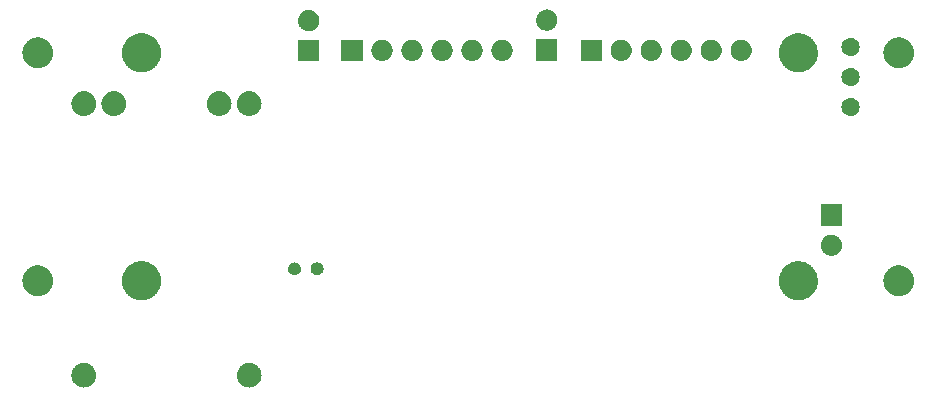
<source format=gbr>
%TF.GenerationSoftware,KiCad,Pcbnew,7.0.10*%
%TF.CreationDate,2024-02-02T07:34:31+01:00*%
%TF.ProjectId,stm32_esp32_pcb,73746d33-325f-4657-9370-33325f706362,rev?*%
%TF.SameCoordinates,Original*%
%TF.FileFunction,Soldermask,Bot*%
%TF.FilePolarity,Negative*%
%FSLAX46Y46*%
G04 Gerber Fmt 4.6, Leading zero omitted, Abs format (unit mm)*
G04 Created by KiCad (PCBNEW 7.0.10) date 2024-02-02 07:34:31*
%MOMM*%
%LPD*%
G01*
G04 APERTURE LIST*
G04 APERTURE END LIST*
G36*
X136047689Y-85953697D02*
G01*
X136096952Y-85953697D01*
X136151818Y-85963953D01*
X136205040Y-85969195D01*
X136245468Y-85981458D01*
X136287560Y-85989327D01*
X136345857Y-86011911D01*
X136402200Y-86029003D01*
X136434393Y-86046210D01*
X136468377Y-86059376D01*
X136527418Y-86095933D01*
X136583904Y-86126125D01*
X136607638Y-86145603D01*
X136633238Y-86161454D01*
X136689964Y-86213166D01*
X136743169Y-86256831D01*
X136758935Y-86276042D01*
X136776540Y-86292091D01*
X136827643Y-86359763D01*
X136873875Y-86416096D01*
X136882815Y-86432822D01*
X136893395Y-86446832D01*
X136935499Y-86531387D01*
X136970997Y-86597800D01*
X136974781Y-86610277D01*
X136979829Y-86620413D01*
X137009639Y-86725188D01*
X137030805Y-86794960D01*
X137031500Y-86802020D01*
X137032893Y-86806915D01*
X137047367Y-86963116D01*
X137051000Y-87000000D01*
X137047366Y-87036886D01*
X137032893Y-87193084D01*
X137031500Y-87197977D01*
X137030805Y-87205040D01*
X137009635Y-87274827D01*
X136979829Y-87379586D01*
X136974782Y-87389720D01*
X136970997Y-87402200D01*
X136935492Y-87468625D01*
X136893395Y-87553167D01*
X136882817Y-87567174D01*
X136873875Y-87583904D01*
X136827634Y-87640247D01*
X136776540Y-87707908D01*
X136758938Y-87723953D01*
X136743169Y-87743169D01*
X136689953Y-87786842D01*
X136633238Y-87838545D01*
X136607643Y-87854392D01*
X136583904Y-87873875D01*
X136527407Y-87904072D01*
X136468377Y-87940623D01*
X136434400Y-87953785D01*
X136402200Y-87970997D01*
X136345845Y-87988091D01*
X136287560Y-88010672D01*
X136245475Y-88018539D01*
X136205040Y-88030805D01*
X136151814Y-88036047D01*
X136096952Y-88046303D01*
X136047689Y-88046303D01*
X136000000Y-88051000D01*
X135952311Y-88046303D01*
X135903048Y-88046303D01*
X135848184Y-88036047D01*
X135794960Y-88030805D01*
X135754525Y-88018539D01*
X135712439Y-88010672D01*
X135654149Y-87988090D01*
X135597800Y-87970997D01*
X135565601Y-87953786D01*
X135531622Y-87940623D01*
X135472585Y-87904069D01*
X135416096Y-87873875D01*
X135392360Y-87854395D01*
X135366761Y-87838545D01*
X135310036Y-87786834D01*
X135256831Y-87743169D01*
X135241064Y-87723957D01*
X135223459Y-87707908D01*
X135172352Y-87640232D01*
X135126125Y-87583904D01*
X135117185Y-87567179D01*
X135106604Y-87553167D01*
X135064493Y-87468598D01*
X135029003Y-87402200D01*
X135025218Y-87389725D01*
X135020170Y-87379586D01*
X134990348Y-87274773D01*
X134969195Y-87205040D01*
X134968499Y-87197983D01*
X134967106Y-87193084D01*
X134952616Y-87036715D01*
X134949000Y-87000000D01*
X134952615Y-86963287D01*
X134967106Y-86806915D01*
X134968500Y-86802015D01*
X134969195Y-86794960D01*
X134990344Y-86725241D01*
X135020170Y-86620413D01*
X135025219Y-86610272D01*
X135029003Y-86597800D01*
X135064486Y-86531415D01*
X135106604Y-86446832D01*
X135117187Y-86432817D01*
X135126125Y-86416096D01*
X135172343Y-86359778D01*
X135223459Y-86292091D01*
X135241067Y-86276038D01*
X135256831Y-86256831D01*
X135310025Y-86213174D01*
X135366761Y-86161454D01*
X135392365Y-86145600D01*
X135416096Y-86126125D01*
X135472573Y-86095937D01*
X135531622Y-86059376D01*
X135565608Y-86046209D01*
X135597800Y-86029003D01*
X135654137Y-86011913D01*
X135712439Y-85989327D01*
X135754532Y-85981458D01*
X135794960Y-85969195D01*
X135848181Y-85963953D01*
X135903048Y-85953697D01*
X135952311Y-85953697D01*
X136000000Y-85949000D01*
X136047689Y-85953697D01*
G37*
G36*
X150047689Y-85953697D02*
G01*
X150096952Y-85953697D01*
X150151818Y-85963953D01*
X150205040Y-85969195D01*
X150245468Y-85981458D01*
X150287560Y-85989327D01*
X150345857Y-86011911D01*
X150402200Y-86029003D01*
X150434393Y-86046210D01*
X150468377Y-86059376D01*
X150527418Y-86095933D01*
X150583904Y-86126125D01*
X150607638Y-86145603D01*
X150633238Y-86161454D01*
X150689964Y-86213166D01*
X150743169Y-86256831D01*
X150758935Y-86276042D01*
X150776540Y-86292091D01*
X150827643Y-86359763D01*
X150873875Y-86416096D01*
X150882815Y-86432822D01*
X150893395Y-86446832D01*
X150935499Y-86531387D01*
X150970997Y-86597800D01*
X150974781Y-86610277D01*
X150979829Y-86620413D01*
X151009639Y-86725188D01*
X151030805Y-86794960D01*
X151031500Y-86802020D01*
X151032893Y-86806915D01*
X151047367Y-86963116D01*
X151051000Y-87000000D01*
X151047366Y-87036886D01*
X151032893Y-87193084D01*
X151031500Y-87197977D01*
X151030805Y-87205040D01*
X151009635Y-87274827D01*
X150979829Y-87379586D01*
X150974782Y-87389720D01*
X150970997Y-87402200D01*
X150935492Y-87468625D01*
X150893395Y-87553167D01*
X150882817Y-87567174D01*
X150873875Y-87583904D01*
X150827634Y-87640247D01*
X150776540Y-87707908D01*
X150758938Y-87723953D01*
X150743169Y-87743169D01*
X150689953Y-87786842D01*
X150633238Y-87838545D01*
X150607643Y-87854392D01*
X150583904Y-87873875D01*
X150527407Y-87904072D01*
X150468377Y-87940623D01*
X150434400Y-87953785D01*
X150402200Y-87970997D01*
X150345845Y-87988091D01*
X150287560Y-88010672D01*
X150245475Y-88018539D01*
X150205040Y-88030805D01*
X150151814Y-88036047D01*
X150096952Y-88046303D01*
X150047689Y-88046303D01*
X150000000Y-88051000D01*
X149952311Y-88046303D01*
X149903048Y-88046303D01*
X149848184Y-88036047D01*
X149794960Y-88030805D01*
X149754525Y-88018539D01*
X149712439Y-88010672D01*
X149654149Y-87988090D01*
X149597800Y-87970997D01*
X149565601Y-87953786D01*
X149531622Y-87940623D01*
X149472585Y-87904069D01*
X149416096Y-87873875D01*
X149392360Y-87854395D01*
X149366761Y-87838545D01*
X149310036Y-87786834D01*
X149256831Y-87743169D01*
X149241064Y-87723957D01*
X149223459Y-87707908D01*
X149172352Y-87640232D01*
X149126125Y-87583904D01*
X149117185Y-87567179D01*
X149106604Y-87553167D01*
X149064493Y-87468598D01*
X149029003Y-87402200D01*
X149025218Y-87389725D01*
X149020170Y-87379586D01*
X148990348Y-87274773D01*
X148969195Y-87205040D01*
X148968499Y-87197983D01*
X148967106Y-87193084D01*
X148952616Y-87036715D01*
X148949000Y-87000000D01*
X148952615Y-86963287D01*
X148967106Y-86806915D01*
X148968500Y-86802015D01*
X148969195Y-86794960D01*
X148990344Y-86725241D01*
X149020170Y-86620413D01*
X149025219Y-86610272D01*
X149029003Y-86597800D01*
X149064486Y-86531415D01*
X149106604Y-86446832D01*
X149117187Y-86432817D01*
X149126125Y-86416096D01*
X149172343Y-86359778D01*
X149223459Y-86292091D01*
X149241067Y-86276038D01*
X149256831Y-86256831D01*
X149310025Y-86213174D01*
X149366761Y-86161454D01*
X149392365Y-86145600D01*
X149416096Y-86126125D01*
X149472573Y-86095937D01*
X149531622Y-86059376D01*
X149565608Y-86046209D01*
X149597800Y-86029003D01*
X149654137Y-86011913D01*
X149712439Y-85989327D01*
X149754532Y-85981458D01*
X149794960Y-85969195D01*
X149848181Y-85963953D01*
X149903048Y-85953697D01*
X149952311Y-85953697D01*
X150000000Y-85949000D01*
X150047689Y-85953697D01*
G37*
G36*
X140950429Y-77353756D02*
G01*
X141013366Y-77353756D01*
X141082141Y-77364122D01*
X141148273Y-77369327D01*
X141201578Y-77382124D01*
X141257352Y-77390531D01*
X141330229Y-77413010D01*
X141400187Y-77429806D01*
X141445422Y-77448542D01*
X141493124Y-77463257D01*
X141568012Y-77499321D01*
X141639538Y-77528948D01*
X141676252Y-77551446D01*
X141715435Y-77570316D01*
X141789971Y-77621134D01*
X141860433Y-77664313D01*
X141888644Y-77688408D01*
X141919292Y-77709303D01*
X141990855Y-77775704D01*
X142057433Y-77832567D01*
X142077650Y-77856238D01*
X142100165Y-77877129D01*
X142165984Y-77959664D01*
X142225687Y-78029567D01*
X142238818Y-78050995D01*
X142254005Y-78070039D01*
X142311275Y-78169234D01*
X142361052Y-78250462D01*
X142368363Y-78268113D01*
X142377371Y-78283715D01*
X142423311Y-78400770D01*
X142460194Y-78489813D01*
X142463244Y-78502517D01*
X142467517Y-78513405D01*
X142499516Y-78653603D01*
X142520673Y-78741727D01*
X142521221Y-78748700D01*
X142522420Y-78753950D01*
X142538069Y-78962760D01*
X142541000Y-79000000D01*
X142538068Y-79037242D01*
X142522420Y-79246049D01*
X142521221Y-79251297D01*
X142520673Y-79258273D01*
X142499511Y-79346415D01*
X142467517Y-79486594D01*
X142463244Y-79497479D01*
X142460194Y-79510187D01*
X142423304Y-79599247D01*
X142377371Y-79716284D01*
X142368364Y-79731882D01*
X142361052Y-79749538D01*
X142311265Y-79830781D01*
X142254005Y-79929960D01*
X142238821Y-79948999D01*
X142225687Y-79970433D01*
X142165972Y-80040349D01*
X142100165Y-80122870D01*
X142077654Y-80143756D01*
X142057433Y-80167433D01*
X141990842Y-80224306D01*
X141919292Y-80290696D01*
X141888650Y-80311586D01*
X141860433Y-80335687D01*
X141789957Y-80378874D01*
X141715435Y-80429683D01*
X141676260Y-80448548D01*
X141639538Y-80471052D01*
X141567997Y-80500684D01*
X141493124Y-80536742D01*
X141445431Y-80551453D01*
X141400187Y-80570194D01*
X141330215Y-80586992D01*
X141257352Y-80609468D01*
X141201587Y-80617873D01*
X141148273Y-80630673D01*
X141082137Y-80635878D01*
X141013366Y-80646244D01*
X140950429Y-80646244D01*
X140890000Y-80651000D01*
X140829571Y-80646244D01*
X140766634Y-80646244D01*
X140697862Y-80635878D01*
X140631727Y-80630673D01*
X140578413Y-80617873D01*
X140522647Y-80609468D01*
X140449780Y-80586991D01*
X140379813Y-80570194D01*
X140334571Y-80551454D01*
X140286875Y-80536742D01*
X140211997Y-80500682D01*
X140140462Y-80471052D01*
X140103740Y-80448548D01*
X140064565Y-80429683D01*
X139990039Y-80378872D01*
X139919567Y-80335687D01*
X139891352Y-80311589D01*
X139860707Y-80290696D01*
X139789145Y-80224296D01*
X139722567Y-80167433D01*
X139702349Y-80143761D01*
X139679834Y-80122870D01*
X139614011Y-80040331D01*
X139554313Y-79970433D01*
X139541182Y-79949005D01*
X139525994Y-79929960D01*
X139468716Y-79830753D01*
X139418948Y-79749538D01*
X139411637Y-79731889D01*
X139402628Y-79716284D01*
X139356676Y-79599201D01*
X139319806Y-79510187D01*
X139316756Y-79497486D01*
X139312482Y-79486594D01*
X139280467Y-79346330D01*
X139259327Y-79258273D01*
X139258778Y-79251304D01*
X139257579Y-79246049D01*
X139241910Y-79036976D01*
X139239000Y-79000000D01*
X139241909Y-78963026D01*
X139257579Y-78753950D01*
X139258778Y-78748693D01*
X139259327Y-78741727D01*
X139280463Y-78653688D01*
X139312482Y-78513405D01*
X139316757Y-78502511D01*
X139319806Y-78489813D01*
X139356669Y-78400816D01*
X139402628Y-78283715D01*
X139411639Y-78268107D01*
X139418948Y-78250462D01*
X139468706Y-78169262D01*
X139525994Y-78070039D01*
X139541184Y-78050990D01*
X139554313Y-78029567D01*
X139613999Y-77959682D01*
X139679834Y-77877129D01*
X139702353Y-77856233D01*
X139722567Y-77832567D01*
X139789131Y-77775715D01*
X139860707Y-77709303D01*
X139891358Y-77688405D01*
X139919567Y-77664313D01*
X139990024Y-77621136D01*
X140064565Y-77570316D01*
X140103747Y-77551446D01*
X140140462Y-77528948D01*
X140211982Y-77499323D01*
X140286875Y-77463257D01*
X140334580Y-77448541D01*
X140379813Y-77429806D01*
X140449765Y-77413011D01*
X140522647Y-77390531D01*
X140578422Y-77382124D01*
X140631727Y-77369327D01*
X140697858Y-77364122D01*
X140766634Y-77353756D01*
X140829571Y-77353756D01*
X140890000Y-77349000D01*
X140950429Y-77353756D01*
G37*
G36*
X196570429Y-77353756D02*
G01*
X196633366Y-77353756D01*
X196702141Y-77364122D01*
X196768273Y-77369327D01*
X196821578Y-77382124D01*
X196877352Y-77390531D01*
X196950229Y-77413010D01*
X197020187Y-77429806D01*
X197065422Y-77448542D01*
X197113124Y-77463257D01*
X197188012Y-77499321D01*
X197259538Y-77528948D01*
X197296252Y-77551446D01*
X197335435Y-77570316D01*
X197409971Y-77621134D01*
X197480433Y-77664313D01*
X197508644Y-77688408D01*
X197539292Y-77709303D01*
X197610855Y-77775704D01*
X197677433Y-77832567D01*
X197697650Y-77856238D01*
X197720165Y-77877129D01*
X197785984Y-77959664D01*
X197845687Y-78029567D01*
X197858818Y-78050995D01*
X197874005Y-78070039D01*
X197931275Y-78169234D01*
X197981052Y-78250462D01*
X197988363Y-78268113D01*
X197997371Y-78283715D01*
X198043311Y-78400770D01*
X198080194Y-78489813D01*
X198083244Y-78502517D01*
X198087517Y-78513405D01*
X198119516Y-78653603D01*
X198140673Y-78741727D01*
X198141221Y-78748700D01*
X198142420Y-78753950D01*
X198158069Y-78962760D01*
X198161000Y-79000000D01*
X198158068Y-79037242D01*
X198142420Y-79246049D01*
X198141221Y-79251297D01*
X198140673Y-79258273D01*
X198119511Y-79346415D01*
X198087517Y-79486594D01*
X198083244Y-79497479D01*
X198080194Y-79510187D01*
X198043304Y-79599247D01*
X197997371Y-79716284D01*
X197988364Y-79731882D01*
X197981052Y-79749538D01*
X197931265Y-79830781D01*
X197874005Y-79929960D01*
X197858821Y-79948999D01*
X197845687Y-79970433D01*
X197785972Y-80040349D01*
X197720165Y-80122870D01*
X197697654Y-80143756D01*
X197677433Y-80167433D01*
X197610842Y-80224306D01*
X197539292Y-80290696D01*
X197508650Y-80311586D01*
X197480433Y-80335687D01*
X197409957Y-80378874D01*
X197335435Y-80429683D01*
X197296260Y-80448548D01*
X197259538Y-80471052D01*
X197187997Y-80500684D01*
X197113124Y-80536742D01*
X197065431Y-80551453D01*
X197020187Y-80570194D01*
X196950215Y-80586992D01*
X196877352Y-80609468D01*
X196821587Y-80617873D01*
X196768273Y-80630673D01*
X196702137Y-80635878D01*
X196633366Y-80646244D01*
X196570429Y-80646244D01*
X196510000Y-80651000D01*
X196449571Y-80646244D01*
X196386634Y-80646244D01*
X196317862Y-80635878D01*
X196251727Y-80630673D01*
X196198413Y-80617873D01*
X196142647Y-80609468D01*
X196069780Y-80586991D01*
X195999813Y-80570194D01*
X195954571Y-80551454D01*
X195906875Y-80536742D01*
X195831997Y-80500682D01*
X195760462Y-80471052D01*
X195723740Y-80448548D01*
X195684565Y-80429683D01*
X195610039Y-80378872D01*
X195539567Y-80335687D01*
X195511352Y-80311589D01*
X195480707Y-80290696D01*
X195409145Y-80224296D01*
X195342567Y-80167433D01*
X195322349Y-80143761D01*
X195299834Y-80122870D01*
X195234011Y-80040331D01*
X195174313Y-79970433D01*
X195161182Y-79949005D01*
X195145994Y-79929960D01*
X195088716Y-79830753D01*
X195038948Y-79749538D01*
X195031637Y-79731889D01*
X195022628Y-79716284D01*
X194976676Y-79599201D01*
X194939806Y-79510187D01*
X194936756Y-79497486D01*
X194932482Y-79486594D01*
X194900467Y-79346330D01*
X194879327Y-79258273D01*
X194878778Y-79251304D01*
X194877579Y-79246049D01*
X194861910Y-79036976D01*
X194859000Y-79000000D01*
X194861909Y-78963026D01*
X194877579Y-78753950D01*
X194878778Y-78748693D01*
X194879327Y-78741727D01*
X194900463Y-78653688D01*
X194932482Y-78513405D01*
X194936757Y-78502511D01*
X194939806Y-78489813D01*
X194976669Y-78400816D01*
X195022628Y-78283715D01*
X195031639Y-78268107D01*
X195038948Y-78250462D01*
X195088706Y-78169262D01*
X195145994Y-78070039D01*
X195161184Y-78050990D01*
X195174313Y-78029567D01*
X195233999Y-77959682D01*
X195299834Y-77877129D01*
X195322353Y-77856233D01*
X195342567Y-77832567D01*
X195409131Y-77775715D01*
X195480707Y-77709303D01*
X195511358Y-77688405D01*
X195539567Y-77664313D01*
X195610024Y-77621136D01*
X195684565Y-77570316D01*
X195723747Y-77551446D01*
X195760462Y-77528948D01*
X195831982Y-77499323D01*
X195906875Y-77463257D01*
X195954580Y-77448541D01*
X195999813Y-77429806D01*
X196069765Y-77413011D01*
X196142647Y-77390531D01*
X196198422Y-77382124D01*
X196251727Y-77369327D01*
X196317858Y-77364122D01*
X196386634Y-77353756D01*
X196449571Y-77353756D01*
X196510000Y-77349000D01*
X196570429Y-77353756D01*
G37*
G36*
X132152785Y-77702618D02*
G01*
X132207504Y-77702618D01*
X132267812Y-77712681D01*
X132326090Y-77717780D01*
X132371854Y-77730042D01*
X132419578Y-77738006D01*
X132483602Y-77759985D01*
X132545310Y-77776520D01*
X132583107Y-77794145D01*
X132622938Y-77807819D01*
X132688377Y-77843233D01*
X132751000Y-77872435D01*
X132780482Y-77893079D01*
X132812034Y-77910154D01*
X132876264Y-77960146D01*
X132936909Y-78002610D01*
X132958279Y-78023980D01*
X132981706Y-78042214D01*
X133041883Y-78107584D01*
X133097390Y-78163091D01*
X133111401Y-78183101D01*
X133127324Y-78200398D01*
X133180447Y-78281709D01*
X133227565Y-78349000D01*
X133235429Y-78365864D01*
X133244923Y-78380396D01*
X133288011Y-78478628D01*
X133323480Y-78554690D01*
X133326783Y-78567018D01*
X133331292Y-78577297D01*
X133361479Y-78696505D01*
X133382220Y-78773910D01*
X133382821Y-78780783D01*
X133384073Y-78785726D01*
X133398747Y-78962819D01*
X133402000Y-79000000D01*
X133398746Y-79037183D01*
X133384073Y-79214273D01*
X133382821Y-79219215D01*
X133382220Y-79226090D01*
X133361474Y-79303511D01*
X133331292Y-79422702D01*
X133326784Y-79432978D01*
X133323480Y-79445310D01*
X133288004Y-79521387D01*
X133244923Y-79619603D01*
X133235430Y-79634132D01*
X133227565Y-79651000D01*
X133180438Y-79718304D01*
X133127324Y-79799601D01*
X133111404Y-79816894D01*
X133097390Y-79836909D01*
X133041872Y-79892426D01*
X132981706Y-79957785D01*
X132958284Y-79976014D01*
X132936909Y-79997390D01*
X132876251Y-80039862D01*
X132812034Y-80089845D01*
X132780489Y-80106916D01*
X132751000Y-80127565D01*
X132688364Y-80156772D01*
X132622938Y-80192180D01*
X132583115Y-80205850D01*
X132545310Y-80223480D01*
X132483589Y-80240018D01*
X132419578Y-80261993D01*
X132371861Y-80269955D01*
X132326090Y-80282220D01*
X132267808Y-80287318D01*
X132207504Y-80297382D01*
X132152785Y-80297382D01*
X132100000Y-80302000D01*
X132047215Y-80297382D01*
X131992496Y-80297382D01*
X131932190Y-80287318D01*
X131873910Y-80282220D01*
X131828139Y-80269955D01*
X131780421Y-80261993D01*
X131716405Y-80240016D01*
X131654690Y-80223480D01*
X131616887Y-80205852D01*
X131577061Y-80192180D01*
X131511628Y-80156769D01*
X131449000Y-80127565D01*
X131419514Y-80106918D01*
X131387965Y-80089845D01*
X131323738Y-80039855D01*
X131263091Y-79997390D01*
X131241719Y-79976018D01*
X131218293Y-79957785D01*
X131158115Y-79892414D01*
X131102610Y-79836909D01*
X131088598Y-79816898D01*
X131072675Y-79799601D01*
X131019547Y-79718282D01*
X130972435Y-79651000D01*
X130964571Y-79634137D01*
X130955076Y-79619603D01*
X130911978Y-79521351D01*
X130876520Y-79445310D01*
X130873217Y-79432984D01*
X130868707Y-79422702D01*
X130838506Y-79303443D01*
X130817780Y-79226090D01*
X130817179Y-79219221D01*
X130815926Y-79214273D01*
X130801234Y-79036967D01*
X130798000Y-79000000D01*
X130801233Y-78963035D01*
X130815926Y-78785726D01*
X130817179Y-78780777D01*
X130817780Y-78773910D01*
X130838502Y-78696573D01*
X130868707Y-78577297D01*
X130873218Y-78567012D01*
X130876520Y-78554690D01*
X130911971Y-78478664D01*
X130955076Y-78380396D01*
X130964573Y-78365859D01*
X130972435Y-78349000D01*
X131019537Y-78281731D01*
X131072675Y-78200398D01*
X131088601Y-78183096D01*
X131102610Y-78163091D01*
X131158103Y-78107597D01*
X131218293Y-78042214D01*
X131241723Y-78023977D01*
X131263091Y-78002610D01*
X131323725Y-77960153D01*
X131387965Y-77910154D01*
X131419520Y-77893076D01*
X131449000Y-77872435D01*
X131511614Y-77843237D01*
X131577061Y-77807819D01*
X131616895Y-77794143D01*
X131654690Y-77776520D01*
X131716392Y-77759986D01*
X131780421Y-77738006D01*
X131828147Y-77730042D01*
X131873910Y-77717780D01*
X131932186Y-77712681D01*
X131992496Y-77702618D01*
X132047215Y-77702618D01*
X132100000Y-77698000D01*
X132152785Y-77702618D01*
G37*
G36*
X205052785Y-77702618D02*
G01*
X205107504Y-77702618D01*
X205167812Y-77712681D01*
X205226090Y-77717780D01*
X205271854Y-77730042D01*
X205319578Y-77738006D01*
X205383602Y-77759985D01*
X205445310Y-77776520D01*
X205483107Y-77794145D01*
X205522938Y-77807819D01*
X205588377Y-77843233D01*
X205651000Y-77872435D01*
X205680482Y-77893079D01*
X205712034Y-77910154D01*
X205776264Y-77960146D01*
X205836909Y-78002610D01*
X205858279Y-78023980D01*
X205881706Y-78042214D01*
X205941883Y-78107584D01*
X205997390Y-78163091D01*
X206011401Y-78183101D01*
X206027324Y-78200398D01*
X206080447Y-78281709D01*
X206127565Y-78349000D01*
X206135429Y-78365864D01*
X206144923Y-78380396D01*
X206188011Y-78478628D01*
X206223480Y-78554690D01*
X206226783Y-78567018D01*
X206231292Y-78577297D01*
X206261479Y-78696505D01*
X206282220Y-78773910D01*
X206282821Y-78780783D01*
X206284073Y-78785726D01*
X206298747Y-78962819D01*
X206302000Y-79000000D01*
X206298746Y-79037183D01*
X206284073Y-79214273D01*
X206282821Y-79219215D01*
X206282220Y-79226090D01*
X206261474Y-79303511D01*
X206231292Y-79422702D01*
X206226784Y-79432978D01*
X206223480Y-79445310D01*
X206188004Y-79521387D01*
X206144923Y-79619603D01*
X206135430Y-79634132D01*
X206127565Y-79651000D01*
X206080438Y-79718304D01*
X206027324Y-79799601D01*
X206011404Y-79816894D01*
X205997390Y-79836909D01*
X205941872Y-79892426D01*
X205881706Y-79957785D01*
X205858284Y-79976014D01*
X205836909Y-79997390D01*
X205776251Y-80039862D01*
X205712034Y-80089845D01*
X205680489Y-80106916D01*
X205651000Y-80127565D01*
X205588364Y-80156772D01*
X205522938Y-80192180D01*
X205483115Y-80205850D01*
X205445310Y-80223480D01*
X205383589Y-80240018D01*
X205319578Y-80261993D01*
X205271861Y-80269955D01*
X205226090Y-80282220D01*
X205167808Y-80287318D01*
X205107504Y-80297382D01*
X205052785Y-80297382D01*
X205000000Y-80302000D01*
X204947215Y-80297382D01*
X204892496Y-80297382D01*
X204832190Y-80287318D01*
X204773910Y-80282220D01*
X204728139Y-80269955D01*
X204680421Y-80261993D01*
X204616405Y-80240016D01*
X204554690Y-80223480D01*
X204516887Y-80205852D01*
X204477061Y-80192180D01*
X204411628Y-80156769D01*
X204349000Y-80127565D01*
X204319514Y-80106918D01*
X204287965Y-80089845D01*
X204223738Y-80039855D01*
X204163091Y-79997390D01*
X204141719Y-79976018D01*
X204118293Y-79957785D01*
X204058115Y-79892414D01*
X204002610Y-79836909D01*
X203988598Y-79816898D01*
X203972675Y-79799601D01*
X203919547Y-79718282D01*
X203872435Y-79651000D01*
X203864571Y-79634137D01*
X203855076Y-79619603D01*
X203811978Y-79521351D01*
X203776520Y-79445310D01*
X203773217Y-79432984D01*
X203768707Y-79422702D01*
X203738506Y-79303443D01*
X203717780Y-79226090D01*
X203717179Y-79219221D01*
X203715926Y-79214273D01*
X203701234Y-79036967D01*
X203698000Y-79000000D01*
X203701233Y-78963035D01*
X203715926Y-78785726D01*
X203717179Y-78780777D01*
X203717780Y-78773910D01*
X203738502Y-78696573D01*
X203768707Y-78577297D01*
X203773218Y-78567012D01*
X203776520Y-78554690D01*
X203811971Y-78478664D01*
X203855076Y-78380396D01*
X203864573Y-78365859D01*
X203872435Y-78349000D01*
X203919537Y-78281731D01*
X203972675Y-78200398D01*
X203988601Y-78183096D01*
X204002610Y-78163091D01*
X204058103Y-78107597D01*
X204118293Y-78042214D01*
X204141723Y-78023977D01*
X204163091Y-78002610D01*
X204223725Y-77960153D01*
X204287965Y-77910154D01*
X204319520Y-77893076D01*
X204349000Y-77872435D01*
X204411614Y-77843237D01*
X204477061Y-77807819D01*
X204516895Y-77794143D01*
X204554690Y-77776520D01*
X204616392Y-77759986D01*
X204680421Y-77738006D01*
X204728147Y-77730042D01*
X204773910Y-77717780D01*
X204832186Y-77712681D01*
X204892496Y-77702618D01*
X204947215Y-77702618D01*
X205000000Y-77698000D01*
X205052785Y-77702618D01*
G37*
G36*
X153992609Y-77467775D02*
G01*
X154125500Y-77522820D01*
X154239616Y-77610384D01*
X154327180Y-77724500D01*
X154382225Y-77857391D01*
X154401000Y-78000000D01*
X154382225Y-78142609D01*
X154327180Y-78275500D01*
X154239616Y-78389616D01*
X154125500Y-78477180D01*
X153992609Y-78532225D01*
X153850000Y-78551000D01*
X153707391Y-78532225D01*
X153574500Y-78477180D01*
X153460384Y-78389616D01*
X153372820Y-78275500D01*
X153317775Y-78142609D01*
X153299000Y-78000000D01*
X153317775Y-77857391D01*
X153372820Y-77724500D01*
X153460384Y-77610384D01*
X153574500Y-77522820D01*
X153707391Y-77467775D01*
X153850000Y-77449000D01*
X153992609Y-77467775D01*
G37*
G36*
X155892609Y-77467775D02*
G01*
X156025500Y-77522820D01*
X156139616Y-77610384D01*
X156227180Y-77724500D01*
X156282225Y-77857391D01*
X156301000Y-78000000D01*
X156282225Y-78142609D01*
X156227180Y-78275500D01*
X156139616Y-78389616D01*
X156025500Y-78477180D01*
X155892609Y-78532225D01*
X155750000Y-78551000D01*
X155607391Y-78532225D01*
X155474500Y-78477180D01*
X155360384Y-78389616D01*
X155272820Y-78275500D01*
X155217775Y-78142609D01*
X155199000Y-78000000D01*
X155217775Y-77857391D01*
X155272820Y-77724500D01*
X155360384Y-77610384D01*
X155474500Y-77522820D01*
X155607391Y-77467775D01*
X155750000Y-77449000D01*
X155892609Y-77467775D01*
G37*
G36*
X199347668Y-75093936D02*
G01*
X199394180Y-75093936D01*
X199434343Y-75102472D01*
X199475728Y-75106549D01*
X199527724Y-75122321D01*
X199578424Y-75133098D01*
X199610863Y-75147540D01*
X199644707Y-75157807D01*
X199698486Y-75186553D01*
X199750500Y-75209711D01*
X199774686Y-75227283D01*
X199800432Y-75241045D01*
X199852953Y-75284148D01*
X199902887Y-75320427D01*
X199919097Y-75338431D01*
X199936932Y-75353067D01*
X199984853Y-75411459D01*
X200028924Y-75460405D01*
X200038183Y-75476443D01*
X200048954Y-75489567D01*
X200088807Y-75564126D01*
X200123104Y-75623530D01*
X200127048Y-75635668D01*
X200132192Y-75645292D01*
X200160542Y-75738754D01*
X200181311Y-75802672D01*
X200182042Y-75809630D01*
X200183450Y-75814271D01*
X200197153Y-75953399D01*
X200201000Y-75990000D01*
X200197152Y-76026604D01*
X200183450Y-76165728D01*
X200182042Y-76170367D01*
X200181311Y-76177328D01*
X200160538Y-76241259D01*
X200132192Y-76334707D01*
X200127048Y-76344328D01*
X200123104Y-76356470D01*
X200088800Y-76415885D01*
X200048954Y-76490432D01*
X200038185Y-76503553D01*
X200028924Y-76519595D01*
X199984844Y-76568550D01*
X199936932Y-76626932D01*
X199919101Y-76641565D01*
X199902887Y-76659573D01*
X199852943Y-76695859D01*
X199800432Y-76738954D01*
X199774691Y-76752712D01*
X199750500Y-76770289D01*
X199698475Y-76793451D01*
X199644707Y-76822192D01*
X199610870Y-76832456D01*
X199578424Y-76846902D01*
X199527713Y-76857680D01*
X199475728Y-76873450D01*
X199434351Y-76877525D01*
X199394180Y-76886064D01*
X199347658Y-76886064D01*
X199300000Y-76890758D01*
X199252342Y-76886064D01*
X199205820Y-76886064D01*
X199165648Y-76877525D01*
X199124271Y-76873450D01*
X199072283Y-76857680D01*
X199021576Y-76846902D01*
X198989131Y-76832456D01*
X198955292Y-76822192D01*
X198901518Y-76793449D01*
X198849500Y-76770289D01*
X198825311Y-76752714D01*
X198799567Y-76738954D01*
X198747047Y-76695853D01*
X198697113Y-76659573D01*
X198680901Y-76641568D01*
X198663067Y-76626932D01*
X198615144Y-76568538D01*
X198571076Y-76519595D01*
X198561816Y-76503557D01*
X198551045Y-76490432D01*
X198511186Y-76415862D01*
X198476896Y-76356470D01*
X198472952Y-76344333D01*
X198467807Y-76334707D01*
X198439446Y-76241213D01*
X198418689Y-76177328D01*
X198417957Y-76170372D01*
X198416549Y-76165728D01*
X198402831Y-76026452D01*
X198399000Y-75990000D01*
X198402831Y-75953550D01*
X198416549Y-75814271D01*
X198417958Y-75809625D01*
X198418689Y-75802672D01*
X198439442Y-75738801D01*
X198467807Y-75645292D01*
X198472953Y-75635663D01*
X198476896Y-75623530D01*
X198511178Y-75564150D01*
X198551045Y-75489567D01*
X198561818Y-75476439D01*
X198571076Y-75460405D01*
X198615135Y-75411472D01*
X198663067Y-75353067D01*
X198680904Y-75338427D01*
X198697113Y-75320427D01*
X198747037Y-75284154D01*
X198799567Y-75241045D01*
X198825316Y-75227281D01*
X198849500Y-75209711D01*
X198901507Y-75186555D01*
X198955292Y-75157807D01*
X198989138Y-75147539D01*
X199021576Y-75133098D01*
X199072272Y-75122322D01*
X199124271Y-75106549D01*
X199165657Y-75102472D01*
X199205820Y-75093936D01*
X199252331Y-75093936D01*
X199300000Y-75089241D01*
X199347668Y-75093936D01*
G37*
G36*
X200169517Y-72552882D02*
G01*
X200186062Y-72563938D01*
X200197118Y-72580483D01*
X200201000Y-72600000D01*
X200201000Y-74300000D01*
X200197118Y-74319517D01*
X200186062Y-74336062D01*
X200169517Y-74347118D01*
X200150000Y-74351000D01*
X198450000Y-74351000D01*
X198430483Y-74347118D01*
X198413938Y-74336062D01*
X198402882Y-74319517D01*
X198399000Y-74300000D01*
X198399000Y-72600000D01*
X198402882Y-72580483D01*
X198413938Y-72563938D01*
X198430483Y-72552882D01*
X198450000Y-72549000D01*
X200150000Y-72549000D01*
X200169517Y-72552882D01*
G37*
G36*
X201096564Y-63548331D02*
G01*
X201259524Y-63605353D01*
X201405711Y-63697208D01*
X201527792Y-63819289D01*
X201619647Y-63965476D01*
X201676669Y-64128436D01*
X201696000Y-64300000D01*
X201676669Y-64471564D01*
X201619647Y-64634524D01*
X201527792Y-64780711D01*
X201405711Y-64902792D01*
X201259524Y-64994647D01*
X201096564Y-65051669D01*
X200925000Y-65071000D01*
X200753436Y-65051669D01*
X200590476Y-64994647D01*
X200444289Y-64902792D01*
X200322208Y-64780711D01*
X200230353Y-64634524D01*
X200173331Y-64471564D01*
X200154000Y-64300000D01*
X200173331Y-64128436D01*
X200230353Y-63965476D01*
X200322208Y-63819289D01*
X200444289Y-63697208D01*
X200590476Y-63605353D01*
X200753436Y-63548331D01*
X200925000Y-63529000D01*
X201096564Y-63548331D01*
G37*
G36*
X136047689Y-62953697D02*
G01*
X136096952Y-62953697D01*
X136151818Y-62963953D01*
X136205040Y-62969195D01*
X136245468Y-62981458D01*
X136287560Y-62989327D01*
X136345857Y-63011911D01*
X136402200Y-63029003D01*
X136434393Y-63046210D01*
X136468377Y-63059376D01*
X136527418Y-63095933D01*
X136583904Y-63126125D01*
X136607638Y-63145603D01*
X136633238Y-63161454D01*
X136689964Y-63213166D01*
X136743169Y-63256831D01*
X136758935Y-63276042D01*
X136776540Y-63292091D01*
X136827643Y-63359763D01*
X136873875Y-63416096D01*
X136882815Y-63432822D01*
X136893395Y-63446832D01*
X136935499Y-63531387D01*
X136970997Y-63597800D01*
X136974781Y-63610277D01*
X136979829Y-63620413D01*
X137009639Y-63725188D01*
X137030805Y-63794960D01*
X137031500Y-63802020D01*
X137032893Y-63806915D01*
X137047367Y-63963116D01*
X137051000Y-64000000D01*
X137047366Y-64036886D01*
X137032893Y-64193084D01*
X137031500Y-64197977D01*
X137030805Y-64205040D01*
X137009635Y-64274827D01*
X136979829Y-64379586D01*
X136974782Y-64389720D01*
X136970997Y-64402200D01*
X136935492Y-64468625D01*
X136893395Y-64553167D01*
X136882817Y-64567174D01*
X136873875Y-64583904D01*
X136827634Y-64640247D01*
X136776540Y-64707908D01*
X136758938Y-64723953D01*
X136743169Y-64743169D01*
X136689953Y-64786842D01*
X136633238Y-64838545D01*
X136607643Y-64854392D01*
X136583904Y-64873875D01*
X136527407Y-64904072D01*
X136468377Y-64940623D01*
X136434400Y-64953785D01*
X136402200Y-64970997D01*
X136345845Y-64988091D01*
X136287560Y-65010672D01*
X136245475Y-65018539D01*
X136205040Y-65030805D01*
X136151814Y-65036047D01*
X136096952Y-65046303D01*
X136047689Y-65046303D01*
X136000000Y-65051000D01*
X135952311Y-65046303D01*
X135903048Y-65046303D01*
X135848184Y-65036047D01*
X135794960Y-65030805D01*
X135754525Y-65018539D01*
X135712439Y-65010672D01*
X135654149Y-64988090D01*
X135597800Y-64970997D01*
X135565601Y-64953786D01*
X135531622Y-64940623D01*
X135472585Y-64904069D01*
X135416096Y-64873875D01*
X135392360Y-64854395D01*
X135366761Y-64838545D01*
X135310036Y-64786834D01*
X135256831Y-64743169D01*
X135241064Y-64723957D01*
X135223459Y-64707908D01*
X135172352Y-64640232D01*
X135126125Y-64583904D01*
X135117185Y-64567179D01*
X135106604Y-64553167D01*
X135064493Y-64468598D01*
X135029003Y-64402200D01*
X135025218Y-64389725D01*
X135020170Y-64379586D01*
X134990348Y-64274773D01*
X134969195Y-64205040D01*
X134968499Y-64197983D01*
X134967106Y-64193084D01*
X134952616Y-64036715D01*
X134949000Y-64000000D01*
X134952615Y-63963287D01*
X134967106Y-63806915D01*
X134968500Y-63802015D01*
X134969195Y-63794960D01*
X134990344Y-63725241D01*
X135020170Y-63620413D01*
X135025219Y-63610272D01*
X135029003Y-63597800D01*
X135064486Y-63531415D01*
X135106604Y-63446832D01*
X135117187Y-63432817D01*
X135126125Y-63416096D01*
X135172343Y-63359778D01*
X135223459Y-63292091D01*
X135241067Y-63276038D01*
X135256831Y-63256831D01*
X135310025Y-63213174D01*
X135366761Y-63161454D01*
X135392365Y-63145600D01*
X135416096Y-63126125D01*
X135472573Y-63095937D01*
X135531622Y-63059376D01*
X135565608Y-63046209D01*
X135597800Y-63029003D01*
X135654137Y-63011913D01*
X135712439Y-62989327D01*
X135754532Y-62981458D01*
X135794960Y-62969195D01*
X135848181Y-62963953D01*
X135903048Y-62953697D01*
X135952311Y-62953697D01*
X136000000Y-62949000D01*
X136047689Y-62953697D01*
G37*
G36*
X138587689Y-62953697D02*
G01*
X138636952Y-62953697D01*
X138691818Y-62963953D01*
X138745040Y-62969195D01*
X138785468Y-62981458D01*
X138827560Y-62989327D01*
X138885857Y-63011911D01*
X138942200Y-63029003D01*
X138974393Y-63046210D01*
X139008377Y-63059376D01*
X139067418Y-63095933D01*
X139123904Y-63126125D01*
X139147638Y-63145603D01*
X139173238Y-63161454D01*
X139229964Y-63213166D01*
X139283169Y-63256831D01*
X139298935Y-63276042D01*
X139316540Y-63292091D01*
X139367643Y-63359763D01*
X139413875Y-63416096D01*
X139422815Y-63432822D01*
X139433395Y-63446832D01*
X139475499Y-63531387D01*
X139510997Y-63597800D01*
X139514781Y-63610277D01*
X139519829Y-63620413D01*
X139549639Y-63725188D01*
X139570805Y-63794960D01*
X139571500Y-63802020D01*
X139572893Y-63806915D01*
X139587367Y-63963116D01*
X139591000Y-64000000D01*
X139587366Y-64036886D01*
X139572893Y-64193084D01*
X139571500Y-64197977D01*
X139570805Y-64205040D01*
X139549635Y-64274827D01*
X139519829Y-64379586D01*
X139514782Y-64389720D01*
X139510997Y-64402200D01*
X139475492Y-64468625D01*
X139433395Y-64553167D01*
X139422817Y-64567174D01*
X139413875Y-64583904D01*
X139367634Y-64640247D01*
X139316540Y-64707908D01*
X139298938Y-64723953D01*
X139283169Y-64743169D01*
X139229953Y-64786842D01*
X139173238Y-64838545D01*
X139147643Y-64854392D01*
X139123904Y-64873875D01*
X139067407Y-64904072D01*
X139008377Y-64940623D01*
X138974400Y-64953785D01*
X138942200Y-64970997D01*
X138885845Y-64988091D01*
X138827560Y-65010672D01*
X138785475Y-65018539D01*
X138745040Y-65030805D01*
X138691814Y-65036047D01*
X138636952Y-65046303D01*
X138587689Y-65046303D01*
X138540000Y-65051000D01*
X138492311Y-65046303D01*
X138443048Y-65046303D01*
X138388184Y-65036047D01*
X138334960Y-65030805D01*
X138294525Y-65018539D01*
X138252439Y-65010672D01*
X138194149Y-64988090D01*
X138137800Y-64970997D01*
X138105601Y-64953786D01*
X138071622Y-64940623D01*
X138012585Y-64904069D01*
X137956096Y-64873875D01*
X137932360Y-64854395D01*
X137906761Y-64838545D01*
X137850036Y-64786834D01*
X137796831Y-64743169D01*
X137781064Y-64723957D01*
X137763459Y-64707908D01*
X137712352Y-64640232D01*
X137666125Y-64583904D01*
X137657185Y-64567179D01*
X137646604Y-64553167D01*
X137604493Y-64468598D01*
X137569003Y-64402200D01*
X137565218Y-64389725D01*
X137560170Y-64379586D01*
X137530348Y-64274773D01*
X137509195Y-64205040D01*
X137508499Y-64197983D01*
X137507106Y-64193084D01*
X137492616Y-64036715D01*
X137489000Y-64000000D01*
X137492615Y-63963287D01*
X137507106Y-63806915D01*
X137508500Y-63802015D01*
X137509195Y-63794960D01*
X137530344Y-63725241D01*
X137560170Y-63620413D01*
X137565219Y-63610272D01*
X137569003Y-63597800D01*
X137604486Y-63531415D01*
X137646604Y-63446832D01*
X137657187Y-63432817D01*
X137666125Y-63416096D01*
X137712343Y-63359778D01*
X137763459Y-63292091D01*
X137781067Y-63276038D01*
X137796831Y-63256831D01*
X137850025Y-63213174D01*
X137906761Y-63161454D01*
X137932365Y-63145600D01*
X137956096Y-63126125D01*
X138012573Y-63095937D01*
X138071622Y-63059376D01*
X138105608Y-63046209D01*
X138137800Y-63029003D01*
X138194137Y-63011913D01*
X138252439Y-62989327D01*
X138294532Y-62981458D01*
X138334960Y-62969195D01*
X138388181Y-62963953D01*
X138443048Y-62953697D01*
X138492311Y-62953697D01*
X138540000Y-62949000D01*
X138587689Y-62953697D01*
G37*
G36*
X147507689Y-62953697D02*
G01*
X147556952Y-62953697D01*
X147611818Y-62963953D01*
X147665040Y-62969195D01*
X147705468Y-62981458D01*
X147747560Y-62989327D01*
X147805857Y-63011911D01*
X147862200Y-63029003D01*
X147894393Y-63046210D01*
X147928377Y-63059376D01*
X147987418Y-63095933D01*
X148043904Y-63126125D01*
X148067638Y-63145603D01*
X148093238Y-63161454D01*
X148149964Y-63213166D01*
X148203169Y-63256831D01*
X148218935Y-63276042D01*
X148236540Y-63292091D01*
X148287643Y-63359763D01*
X148333875Y-63416096D01*
X148342815Y-63432822D01*
X148353395Y-63446832D01*
X148395499Y-63531387D01*
X148430997Y-63597800D01*
X148434781Y-63610277D01*
X148439829Y-63620413D01*
X148469639Y-63725188D01*
X148490805Y-63794960D01*
X148491500Y-63802020D01*
X148492893Y-63806915D01*
X148507367Y-63963116D01*
X148511000Y-64000000D01*
X148507366Y-64036886D01*
X148492893Y-64193084D01*
X148491500Y-64197977D01*
X148490805Y-64205040D01*
X148469635Y-64274827D01*
X148439829Y-64379586D01*
X148434782Y-64389720D01*
X148430997Y-64402200D01*
X148395492Y-64468625D01*
X148353395Y-64553167D01*
X148342817Y-64567174D01*
X148333875Y-64583904D01*
X148287634Y-64640247D01*
X148236540Y-64707908D01*
X148218938Y-64723953D01*
X148203169Y-64743169D01*
X148149953Y-64786842D01*
X148093238Y-64838545D01*
X148067643Y-64854392D01*
X148043904Y-64873875D01*
X147987407Y-64904072D01*
X147928377Y-64940623D01*
X147894400Y-64953785D01*
X147862200Y-64970997D01*
X147805845Y-64988091D01*
X147747560Y-65010672D01*
X147705475Y-65018539D01*
X147665040Y-65030805D01*
X147611814Y-65036047D01*
X147556952Y-65046303D01*
X147507689Y-65046303D01*
X147460000Y-65051000D01*
X147412311Y-65046303D01*
X147363048Y-65046303D01*
X147308184Y-65036047D01*
X147254960Y-65030805D01*
X147214525Y-65018539D01*
X147172439Y-65010672D01*
X147114149Y-64988090D01*
X147057800Y-64970997D01*
X147025601Y-64953786D01*
X146991622Y-64940623D01*
X146932585Y-64904069D01*
X146876096Y-64873875D01*
X146852360Y-64854395D01*
X146826761Y-64838545D01*
X146770036Y-64786834D01*
X146716831Y-64743169D01*
X146701064Y-64723957D01*
X146683459Y-64707908D01*
X146632352Y-64640232D01*
X146586125Y-64583904D01*
X146577185Y-64567179D01*
X146566604Y-64553167D01*
X146524493Y-64468598D01*
X146489003Y-64402200D01*
X146485218Y-64389725D01*
X146480170Y-64379586D01*
X146450348Y-64274773D01*
X146429195Y-64205040D01*
X146428499Y-64197983D01*
X146427106Y-64193084D01*
X146412616Y-64036715D01*
X146409000Y-64000000D01*
X146412615Y-63963287D01*
X146427106Y-63806915D01*
X146428500Y-63802015D01*
X146429195Y-63794960D01*
X146450344Y-63725241D01*
X146480170Y-63620413D01*
X146485219Y-63610272D01*
X146489003Y-63597800D01*
X146524486Y-63531415D01*
X146566604Y-63446832D01*
X146577187Y-63432817D01*
X146586125Y-63416096D01*
X146632343Y-63359778D01*
X146683459Y-63292091D01*
X146701067Y-63276038D01*
X146716831Y-63256831D01*
X146770025Y-63213174D01*
X146826761Y-63161454D01*
X146852365Y-63145600D01*
X146876096Y-63126125D01*
X146932573Y-63095937D01*
X146991622Y-63059376D01*
X147025608Y-63046209D01*
X147057800Y-63029003D01*
X147114137Y-63011913D01*
X147172439Y-62989327D01*
X147214532Y-62981458D01*
X147254960Y-62969195D01*
X147308181Y-62963953D01*
X147363048Y-62953697D01*
X147412311Y-62953697D01*
X147460000Y-62949000D01*
X147507689Y-62953697D01*
G37*
G36*
X150047689Y-62953697D02*
G01*
X150096952Y-62953697D01*
X150151818Y-62963953D01*
X150205040Y-62969195D01*
X150245468Y-62981458D01*
X150287560Y-62989327D01*
X150345857Y-63011911D01*
X150402200Y-63029003D01*
X150434393Y-63046210D01*
X150468377Y-63059376D01*
X150527418Y-63095933D01*
X150583904Y-63126125D01*
X150607638Y-63145603D01*
X150633238Y-63161454D01*
X150689964Y-63213166D01*
X150743169Y-63256831D01*
X150758935Y-63276042D01*
X150776540Y-63292091D01*
X150827643Y-63359763D01*
X150873875Y-63416096D01*
X150882815Y-63432822D01*
X150893395Y-63446832D01*
X150935499Y-63531387D01*
X150970997Y-63597800D01*
X150974781Y-63610277D01*
X150979829Y-63620413D01*
X151009639Y-63725188D01*
X151030805Y-63794960D01*
X151031500Y-63802020D01*
X151032893Y-63806915D01*
X151047367Y-63963116D01*
X151051000Y-64000000D01*
X151047366Y-64036886D01*
X151032893Y-64193084D01*
X151031500Y-64197977D01*
X151030805Y-64205040D01*
X151009635Y-64274827D01*
X150979829Y-64379586D01*
X150974782Y-64389720D01*
X150970997Y-64402200D01*
X150935492Y-64468625D01*
X150893395Y-64553167D01*
X150882817Y-64567174D01*
X150873875Y-64583904D01*
X150827634Y-64640247D01*
X150776540Y-64707908D01*
X150758938Y-64723953D01*
X150743169Y-64743169D01*
X150689953Y-64786842D01*
X150633238Y-64838545D01*
X150607643Y-64854392D01*
X150583904Y-64873875D01*
X150527407Y-64904072D01*
X150468377Y-64940623D01*
X150434400Y-64953785D01*
X150402200Y-64970997D01*
X150345845Y-64988091D01*
X150287560Y-65010672D01*
X150245475Y-65018539D01*
X150205040Y-65030805D01*
X150151814Y-65036047D01*
X150096952Y-65046303D01*
X150047689Y-65046303D01*
X150000000Y-65051000D01*
X149952311Y-65046303D01*
X149903048Y-65046303D01*
X149848184Y-65036047D01*
X149794960Y-65030805D01*
X149754525Y-65018539D01*
X149712439Y-65010672D01*
X149654149Y-64988090D01*
X149597800Y-64970997D01*
X149565601Y-64953786D01*
X149531622Y-64940623D01*
X149472585Y-64904069D01*
X149416096Y-64873875D01*
X149392360Y-64854395D01*
X149366761Y-64838545D01*
X149310036Y-64786834D01*
X149256831Y-64743169D01*
X149241064Y-64723957D01*
X149223459Y-64707908D01*
X149172352Y-64640232D01*
X149126125Y-64583904D01*
X149117185Y-64567179D01*
X149106604Y-64553167D01*
X149064493Y-64468598D01*
X149029003Y-64402200D01*
X149025218Y-64389725D01*
X149020170Y-64379586D01*
X148990348Y-64274773D01*
X148969195Y-64205040D01*
X148968499Y-64197983D01*
X148967106Y-64193084D01*
X148952616Y-64036715D01*
X148949000Y-64000000D01*
X148952615Y-63963287D01*
X148967106Y-63806915D01*
X148968500Y-63802015D01*
X148969195Y-63794960D01*
X148990344Y-63725241D01*
X149020170Y-63620413D01*
X149025219Y-63610272D01*
X149029003Y-63597800D01*
X149064486Y-63531415D01*
X149106604Y-63446832D01*
X149117187Y-63432817D01*
X149126125Y-63416096D01*
X149172343Y-63359778D01*
X149223459Y-63292091D01*
X149241067Y-63276038D01*
X149256831Y-63256831D01*
X149310025Y-63213174D01*
X149366761Y-63161454D01*
X149392365Y-63145600D01*
X149416096Y-63126125D01*
X149472573Y-63095937D01*
X149531622Y-63059376D01*
X149565608Y-63046209D01*
X149597800Y-63029003D01*
X149654137Y-63011913D01*
X149712439Y-62989327D01*
X149754532Y-62981458D01*
X149794960Y-62969195D01*
X149848181Y-62963953D01*
X149903048Y-62953697D01*
X149952311Y-62953697D01*
X150000000Y-62949000D01*
X150047689Y-62953697D01*
G37*
G36*
X201096564Y-61008331D02*
G01*
X201259524Y-61065353D01*
X201405711Y-61157208D01*
X201527792Y-61279289D01*
X201619647Y-61425476D01*
X201676669Y-61588436D01*
X201696000Y-61760000D01*
X201676669Y-61931564D01*
X201619647Y-62094524D01*
X201527792Y-62240711D01*
X201405711Y-62362792D01*
X201259524Y-62454647D01*
X201096564Y-62511669D01*
X200925000Y-62531000D01*
X200753436Y-62511669D01*
X200590476Y-62454647D01*
X200444289Y-62362792D01*
X200322208Y-62240711D01*
X200230353Y-62094524D01*
X200173331Y-61931564D01*
X200154000Y-61760000D01*
X200173331Y-61588436D01*
X200230353Y-61425476D01*
X200322208Y-61279289D01*
X200444289Y-61157208D01*
X200590476Y-61065353D01*
X200753436Y-61008331D01*
X200925000Y-60989000D01*
X201096564Y-61008331D01*
G37*
G36*
X140950429Y-58053756D02*
G01*
X141013366Y-58053756D01*
X141082141Y-58064122D01*
X141148273Y-58069327D01*
X141201578Y-58082124D01*
X141257352Y-58090531D01*
X141330229Y-58113010D01*
X141400187Y-58129806D01*
X141445422Y-58148542D01*
X141493124Y-58163257D01*
X141568012Y-58199321D01*
X141639538Y-58228948D01*
X141676252Y-58251446D01*
X141715435Y-58270316D01*
X141789971Y-58321134D01*
X141860433Y-58364313D01*
X141888644Y-58388408D01*
X141919292Y-58409303D01*
X141990855Y-58475704D01*
X142057433Y-58532567D01*
X142077650Y-58556238D01*
X142100165Y-58577129D01*
X142165984Y-58659664D01*
X142225687Y-58729567D01*
X142238818Y-58750995D01*
X142254005Y-58770039D01*
X142311275Y-58869234D01*
X142361052Y-58950462D01*
X142368363Y-58968113D01*
X142377371Y-58983715D01*
X142423311Y-59100770D01*
X142460194Y-59189813D01*
X142463244Y-59202517D01*
X142467517Y-59213405D01*
X142499516Y-59353603D01*
X142520673Y-59441727D01*
X142521221Y-59448700D01*
X142522420Y-59453950D01*
X142538069Y-59662760D01*
X142541000Y-59700000D01*
X142538068Y-59737242D01*
X142522420Y-59946049D01*
X142521221Y-59951297D01*
X142520673Y-59958273D01*
X142499511Y-60046415D01*
X142467517Y-60186594D01*
X142463244Y-60197479D01*
X142460194Y-60210187D01*
X142423304Y-60299247D01*
X142377371Y-60416284D01*
X142368364Y-60431882D01*
X142361052Y-60449538D01*
X142311265Y-60530781D01*
X142254005Y-60629960D01*
X142238821Y-60648999D01*
X142225687Y-60670433D01*
X142165972Y-60740349D01*
X142100165Y-60822870D01*
X142077654Y-60843756D01*
X142057433Y-60867433D01*
X141990842Y-60924306D01*
X141919292Y-60990696D01*
X141888650Y-61011586D01*
X141860433Y-61035687D01*
X141789957Y-61078874D01*
X141715435Y-61129683D01*
X141676260Y-61148548D01*
X141639538Y-61171052D01*
X141567997Y-61200684D01*
X141493124Y-61236742D01*
X141445431Y-61251453D01*
X141400187Y-61270194D01*
X141330215Y-61286992D01*
X141257352Y-61309468D01*
X141201587Y-61317873D01*
X141148273Y-61330673D01*
X141082137Y-61335878D01*
X141013366Y-61346244D01*
X140950429Y-61346244D01*
X140890000Y-61351000D01*
X140829571Y-61346244D01*
X140766634Y-61346244D01*
X140697862Y-61335878D01*
X140631727Y-61330673D01*
X140578413Y-61317873D01*
X140522647Y-61309468D01*
X140449780Y-61286991D01*
X140379813Y-61270194D01*
X140334571Y-61251454D01*
X140286875Y-61236742D01*
X140211997Y-61200682D01*
X140140462Y-61171052D01*
X140103740Y-61148548D01*
X140064565Y-61129683D01*
X139990039Y-61078872D01*
X139919567Y-61035687D01*
X139891352Y-61011589D01*
X139860707Y-60990696D01*
X139789145Y-60924296D01*
X139722567Y-60867433D01*
X139702349Y-60843761D01*
X139679834Y-60822870D01*
X139614011Y-60740331D01*
X139554313Y-60670433D01*
X139541182Y-60649005D01*
X139525994Y-60629960D01*
X139468716Y-60530753D01*
X139418948Y-60449538D01*
X139411637Y-60431889D01*
X139402628Y-60416284D01*
X139356676Y-60299201D01*
X139319806Y-60210187D01*
X139316756Y-60197486D01*
X139312482Y-60186594D01*
X139280467Y-60046330D01*
X139259327Y-59958273D01*
X139258778Y-59951304D01*
X139257579Y-59946049D01*
X139241910Y-59736976D01*
X139239000Y-59700000D01*
X139241909Y-59663026D01*
X139257579Y-59453950D01*
X139258778Y-59448693D01*
X139259327Y-59441727D01*
X139280463Y-59353688D01*
X139312482Y-59213405D01*
X139316757Y-59202511D01*
X139319806Y-59189813D01*
X139356669Y-59100816D01*
X139402628Y-58983715D01*
X139411639Y-58968107D01*
X139418948Y-58950462D01*
X139468706Y-58869262D01*
X139525994Y-58770039D01*
X139541184Y-58750990D01*
X139554313Y-58729567D01*
X139613999Y-58659682D01*
X139679834Y-58577129D01*
X139702353Y-58556233D01*
X139722567Y-58532567D01*
X139789131Y-58475715D01*
X139860707Y-58409303D01*
X139891358Y-58388405D01*
X139919567Y-58364313D01*
X139990024Y-58321136D01*
X140064565Y-58270316D01*
X140103747Y-58251446D01*
X140140462Y-58228948D01*
X140211982Y-58199323D01*
X140286875Y-58163257D01*
X140334580Y-58148541D01*
X140379813Y-58129806D01*
X140449765Y-58113011D01*
X140522647Y-58090531D01*
X140578422Y-58082124D01*
X140631727Y-58069327D01*
X140697858Y-58064122D01*
X140766634Y-58053756D01*
X140829571Y-58053756D01*
X140890000Y-58049000D01*
X140950429Y-58053756D01*
G37*
G36*
X196570429Y-58053756D02*
G01*
X196633366Y-58053756D01*
X196702141Y-58064122D01*
X196768273Y-58069327D01*
X196821578Y-58082124D01*
X196877352Y-58090531D01*
X196950229Y-58113010D01*
X197020187Y-58129806D01*
X197065422Y-58148542D01*
X197113124Y-58163257D01*
X197188012Y-58199321D01*
X197259538Y-58228948D01*
X197296252Y-58251446D01*
X197335435Y-58270316D01*
X197409971Y-58321134D01*
X197480433Y-58364313D01*
X197508644Y-58388408D01*
X197539292Y-58409303D01*
X197610855Y-58475704D01*
X197677433Y-58532567D01*
X197697650Y-58556238D01*
X197720165Y-58577129D01*
X197785984Y-58659664D01*
X197845687Y-58729567D01*
X197858818Y-58750995D01*
X197874005Y-58770039D01*
X197931275Y-58869234D01*
X197981052Y-58950462D01*
X197988363Y-58968113D01*
X197997371Y-58983715D01*
X198043311Y-59100770D01*
X198080194Y-59189813D01*
X198083244Y-59202517D01*
X198087517Y-59213405D01*
X198119516Y-59353603D01*
X198140673Y-59441727D01*
X198141221Y-59448700D01*
X198142420Y-59453950D01*
X198158069Y-59662760D01*
X198161000Y-59700000D01*
X198158068Y-59737242D01*
X198142420Y-59946049D01*
X198141221Y-59951297D01*
X198140673Y-59958273D01*
X198119511Y-60046415D01*
X198087517Y-60186594D01*
X198083244Y-60197479D01*
X198080194Y-60210187D01*
X198043304Y-60299247D01*
X197997371Y-60416284D01*
X197988364Y-60431882D01*
X197981052Y-60449538D01*
X197931265Y-60530781D01*
X197874005Y-60629960D01*
X197858821Y-60648999D01*
X197845687Y-60670433D01*
X197785972Y-60740349D01*
X197720165Y-60822870D01*
X197697654Y-60843756D01*
X197677433Y-60867433D01*
X197610842Y-60924306D01*
X197539292Y-60990696D01*
X197508650Y-61011586D01*
X197480433Y-61035687D01*
X197409957Y-61078874D01*
X197335435Y-61129683D01*
X197296260Y-61148548D01*
X197259538Y-61171052D01*
X197187997Y-61200684D01*
X197113124Y-61236742D01*
X197065431Y-61251453D01*
X197020187Y-61270194D01*
X196950215Y-61286992D01*
X196877352Y-61309468D01*
X196821587Y-61317873D01*
X196768273Y-61330673D01*
X196702137Y-61335878D01*
X196633366Y-61346244D01*
X196570429Y-61346244D01*
X196510000Y-61351000D01*
X196449571Y-61346244D01*
X196386634Y-61346244D01*
X196317862Y-61335878D01*
X196251727Y-61330673D01*
X196198413Y-61317873D01*
X196142647Y-61309468D01*
X196069780Y-61286991D01*
X195999813Y-61270194D01*
X195954571Y-61251454D01*
X195906875Y-61236742D01*
X195831997Y-61200682D01*
X195760462Y-61171052D01*
X195723740Y-61148548D01*
X195684565Y-61129683D01*
X195610039Y-61078872D01*
X195539567Y-61035687D01*
X195511352Y-61011589D01*
X195480707Y-60990696D01*
X195409145Y-60924296D01*
X195342567Y-60867433D01*
X195322349Y-60843761D01*
X195299834Y-60822870D01*
X195234011Y-60740331D01*
X195174313Y-60670433D01*
X195161182Y-60649005D01*
X195145994Y-60629960D01*
X195088716Y-60530753D01*
X195038948Y-60449538D01*
X195031637Y-60431889D01*
X195022628Y-60416284D01*
X194976676Y-60299201D01*
X194939806Y-60210187D01*
X194936756Y-60197486D01*
X194932482Y-60186594D01*
X194900467Y-60046330D01*
X194879327Y-59958273D01*
X194878778Y-59951304D01*
X194877579Y-59946049D01*
X194861910Y-59736976D01*
X194859000Y-59700000D01*
X194861909Y-59663026D01*
X194877579Y-59453950D01*
X194878778Y-59448693D01*
X194879327Y-59441727D01*
X194900463Y-59353688D01*
X194932482Y-59213405D01*
X194936757Y-59202511D01*
X194939806Y-59189813D01*
X194976669Y-59100816D01*
X195022628Y-58983715D01*
X195031639Y-58968107D01*
X195038948Y-58950462D01*
X195088706Y-58869262D01*
X195145994Y-58770039D01*
X195161184Y-58750990D01*
X195174313Y-58729567D01*
X195233999Y-58659682D01*
X195299834Y-58577129D01*
X195322353Y-58556233D01*
X195342567Y-58532567D01*
X195409131Y-58475715D01*
X195480707Y-58409303D01*
X195511358Y-58388405D01*
X195539567Y-58364313D01*
X195610024Y-58321136D01*
X195684565Y-58270316D01*
X195723747Y-58251446D01*
X195760462Y-58228948D01*
X195831982Y-58199323D01*
X195906875Y-58163257D01*
X195954580Y-58148541D01*
X195999813Y-58129806D01*
X196069765Y-58113011D01*
X196142647Y-58090531D01*
X196198422Y-58082124D01*
X196251727Y-58069327D01*
X196317858Y-58064122D01*
X196386634Y-58053756D01*
X196449571Y-58053756D01*
X196510000Y-58049000D01*
X196570429Y-58053756D01*
G37*
G36*
X132152785Y-58402618D02*
G01*
X132207504Y-58402618D01*
X132267812Y-58412681D01*
X132326090Y-58417780D01*
X132371854Y-58430042D01*
X132419578Y-58438006D01*
X132483602Y-58459985D01*
X132545310Y-58476520D01*
X132583107Y-58494145D01*
X132622938Y-58507819D01*
X132688377Y-58543233D01*
X132751000Y-58572435D01*
X132780482Y-58593079D01*
X132812034Y-58610154D01*
X132876264Y-58660146D01*
X132936909Y-58702610D01*
X132958279Y-58723980D01*
X132981706Y-58742214D01*
X133041883Y-58807584D01*
X133097390Y-58863091D01*
X133111401Y-58883101D01*
X133127324Y-58900398D01*
X133180447Y-58981709D01*
X133227565Y-59049000D01*
X133235429Y-59065864D01*
X133244923Y-59080396D01*
X133288011Y-59178628D01*
X133323480Y-59254690D01*
X133326783Y-59267018D01*
X133331292Y-59277297D01*
X133361479Y-59396505D01*
X133382220Y-59473910D01*
X133382821Y-59480783D01*
X133384073Y-59485726D01*
X133398747Y-59662819D01*
X133402000Y-59700000D01*
X133398746Y-59737183D01*
X133384073Y-59914273D01*
X133382821Y-59919215D01*
X133382220Y-59926090D01*
X133361474Y-60003511D01*
X133331292Y-60122702D01*
X133326784Y-60132978D01*
X133323480Y-60145310D01*
X133288004Y-60221387D01*
X133244923Y-60319603D01*
X133235430Y-60334132D01*
X133227565Y-60351000D01*
X133180438Y-60418304D01*
X133127324Y-60499601D01*
X133111404Y-60516894D01*
X133097390Y-60536909D01*
X133041872Y-60592426D01*
X132981706Y-60657785D01*
X132958284Y-60676014D01*
X132936909Y-60697390D01*
X132876251Y-60739862D01*
X132812034Y-60789845D01*
X132780489Y-60806916D01*
X132751000Y-60827565D01*
X132688364Y-60856772D01*
X132622938Y-60892180D01*
X132583115Y-60905850D01*
X132545310Y-60923480D01*
X132483589Y-60940018D01*
X132419578Y-60961993D01*
X132371861Y-60969955D01*
X132326090Y-60982220D01*
X132267808Y-60987318D01*
X132207504Y-60997382D01*
X132152785Y-60997382D01*
X132100000Y-61002000D01*
X132047215Y-60997382D01*
X131992496Y-60997382D01*
X131932190Y-60987318D01*
X131873910Y-60982220D01*
X131828139Y-60969955D01*
X131780421Y-60961993D01*
X131716405Y-60940016D01*
X131654690Y-60923480D01*
X131616887Y-60905852D01*
X131577061Y-60892180D01*
X131511628Y-60856769D01*
X131449000Y-60827565D01*
X131419514Y-60806918D01*
X131387965Y-60789845D01*
X131323738Y-60739855D01*
X131263091Y-60697390D01*
X131241719Y-60676018D01*
X131218293Y-60657785D01*
X131158115Y-60592414D01*
X131102610Y-60536909D01*
X131088598Y-60516898D01*
X131072675Y-60499601D01*
X131019547Y-60418282D01*
X130972435Y-60351000D01*
X130964571Y-60334137D01*
X130955076Y-60319603D01*
X130911978Y-60221351D01*
X130876520Y-60145310D01*
X130873217Y-60132984D01*
X130868707Y-60122702D01*
X130838506Y-60003443D01*
X130817780Y-59926090D01*
X130817179Y-59919221D01*
X130815926Y-59914273D01*
X130801234Y-59736967D01*
X130798000Y-59700000D01*
X130801233Y-59663035D01*
X130815926Y-59485726D01*
X130817179Y-59480777D01*
X130817780Y-59473910D01*
X130838502Y-59396573D01*
X130868707Y-59277297D01*
X130873218Y-59267012D01*
X130876520Y-59254690D01*
X130911971Y-59178664D01*
X130955076Y-59080396D01*
X130964573Y-59065859D01*
X130972435Y-59049000D01*
X131019537Y-58981731D01*
X131072675Y-58900398D01*
X131088601Y-58883096D01*
X131102610Y-58863091D01*
X131158103Y-58807597D01*
X131218293Y-58742214D01*
X131241723Y-58723977D01*
X131263091Y-58702610D01*
X131323725Y-58660153D01*
X131387965Y-58610154D01*
X131419520Y-58593076D01*
X131449000Y-58572435D01*
X131511614Y-58543237D01*
X131577061Y-58507819D01*
X131616895Y-58494143D01*
X131654690Y-58476520D01*
X131716392Y-58459986D01*
X131780421Y-58438006D01*
X131828147Y-58430042D01*
X131873910Y-58417780D01*
X131932186Y-58412681D01*
X131992496Y-58402618D01*
X132047215Y-58402618D01*
X132100000Y-58398000D01*
X132152785Y-58402618D01*
G37*
G36*
X205052785Y-58402618D02*
G01*
X205107504Y-58402618D01*
X205167812Y-58412681D01*
X205226090Y-58417780D01*
X205271854Y-58430042D01*
X205319578Y-58438006D01*
X205383602Y-58459985D01*
X205445310Y-58476520D01*
X205483107Y-58494145D01*
X205522938Y-58507819D01*
X205588377Y-58543233D01*
X205651000Y-58572435D01*
X205680482Y-58593079D01*
X205712034Y-58610154D01*
X205776264Y-58660146D01*
X205836909Y-58702610D01*
X205858279Y-58723980D01*
X205881706Y-58742214D01*
X205941883Y-58807584D01*
X205997390Y-58863091D01*
X206011401Y-58883101D01*
X206027324Y-58900398D01*
X206080447Y-58981709D01*
X206127565Y-59049000D01*
X206135429Y-59065864D01*
X206144923Y-59080396D01*
X206188011Y-59178628D01*
X206223480Y-59254690D01*
X206226783Y-59267018D01*
X206231292Y-59277297D01*
X206261479Y-59396505D01*
X206282220Y-59473910D01*
X206282821Y-59480783D01*
X206284073Y-59485726D01*
X206298747Y-59662819D01*
X206302000Y-59700000D01*
X206298746Y-59737183D01*
X206284073Y-59914273D01*
X206282821Y-59919215D01*
X206282220Y-59926090D01*
X206261474Y-60003511D01*
X206231292Y-60122702D01*
X206226784Y-60132978D01*
X206223480Y-60145310D01*
X206188004Y-60221387D01*
X206144923Y-60319603D01*
X206135430Y-60334132D01*
X206127565Y-60351000D01*
X206080438Y-60418304D01*
X206027324Y-60499601D01*
X206011404Y-60516894D01*
X205997390Y-60536909D01*
X205941872Y-60592426D01*
X205881706Y-60657785D01*
X205858284Y-60676014D01*
X205836909Y-60697390D01*
X205776251Y-60739862D01*
X205712034Y-60789845D01*
X205680489Y-60806916D01*
X205651000Y-60827565D01*
X205588364Y-60856772D01*
X205522938Y-60892180D01*
X205483115Y-60905850D01*
X205445310Y-60923480D01*
X205383589Y-60940018D01*
X205319578Y-60961993D01*
X205271861Y-60969955D01*
X205226090Y-60982220D01*
X205167808Y-60987318D01*
X205107504Y-60997382D01*
X205052785Y-60997382D01*
X205000000Y-61002000D01*
X204947215Y-60997382D01*
X204892496Y-60997382D01*
X204832190Y-60987318D01*
X204773910Y-60982220D01*
X204728139Y-60969955D01*
X204680421Y-60961993D01*
X204616405Y-60940016D01*
X204554690Y-60923480D01*
X204516887Y-60905852D01*
X204477061Y-60892180D01*
X204411628Y-60856769D01*
X204349000Y-60827565D01*
X204319514Y-60806918D01*
X204287965Y-60789845D01*
X204223738Y-60739855D01*
X204163091Y-60697390D01*
X204141719Y-60676018D01*
X204118293Y-60657785D01*
X204058115Y-60592414D01*
X204002610Y-60536909D01*
X203988598Y-60516898D01*
X203972675Y-60499601D01*
X203919547Y-60418282D01*
X203872435Y-60351000D01*
X203864571Y-60334137D01*
X203855076Y-60319603D01*
X203811978Y-60221351D01*
X203776520Y-60145310D01*
X203773217Y-60132984D01*
X203768707Y-60122702D01*
X203738506Y-60003443D01*
X203717780Y-59926090D01*
X203717179Y-59919221D01*
X203715926Y-59914273D01*
X203701234Y-59736967D01*
X203698000Y-59700000D01*
X203701233Y-59663035D01*
X203715926Y-59485726D01*
X203717179Y-59480777D01*
X203717780Y-59473910D01*
X203738502Y-59396573D01*
X203768707Y-59277297D01*
X203773218Y-59267012D01*
X203776520Y-59254690D01*
X203811971Y-59178664D01*
X203855076Y-59080396D01*
X203864573Y-59065859D01*
X203872435Y-59049000D01*
X203919537Y-58981731D01*
X203972675Y-58900398D01*
X203988601Y-58883096D01*
X204002610Y-58863091D01*
X204058103Y-58807597D01*
X204118293Y-58742214D01*
X204141723Y-58723977D01*
X204163091Y-58702610D01*
X204223725Y-58660153D01*
X204287965Y-58610154D01*
X204319520Y-58593076D01*
X204349000Y-58572435D01*
X204411614Y-58543237D01*
X204477061Y-58507819D01*
X204516895Y-58494143D01*
X204554690Y-58476520D01*
X204616392Y-58459986D01*
X204680421Y-58438006D01*
X204728147Y-58430042D01*
X204773910Y-58417780D01*
X204832186Y-58412681D01*
X204892496Y-58402618D01*
X204947215Y-58402618D01*
X205000000Y-58398000D01*
X205052785Y-58402618D01*
G37*
G36*
X155919517Y-58627882D02*
G01*
X155936062Y-58638938D01*
X155947118Y-58655483D01*
X155951000Y-58675000D01*
X155951000Y-60375000D01*
X155947118Y-60394517D01*
X155936062Y-60411062D01*
X155919517Y-60422118D01*
X155900000Y-60426000D01*
X154200000Y-60426000D01*
X154180483Y-60422118D01*
X154163938Y-60411062D01*
X154152882Y-60394517D01*
X154149000Y-60375000D01*
X154149000Y-58675000D01*
X154152882Y-58655483D01*
X154163938Y-58638938D01*
X154180483Y-58627882D01*
X154200000Y-58624000D01*
X155900000Y-58624000D01*
X155919517Y-58627882D01*
G37*
G36*
X159579517Y-58602882D02*
G01*
X159596062Y-58613938D01*
X159607118Y-58630483D01*
X159611000Y-58650000D01*
X159611000Y-60350000D01*
X159607118Y-60369517D01*
X159596062Y-60386062D01*
X159579517Y-60397118D01*
X159560000Y-60401000D01*
X157860000Y-60401000D01*
X157840483Y-60397118D01*
X157823938Y-60386062D01*
X157812882Y-60369517D01*
X157809000Y-60350000D01*
X157809000Y-58650000D01*
X157812882Y-58630483D01*
X157823938Y-58613938D01*
X157840483Y-58602882D01*
X157860000Y-58599000D01*
X159560000Y-58599000D01*
X159579517Y-58602882D01*
G37*
G36*
X179829517Y-58602882D02*
G01*
X179846062Y-58613938D01*
X179857118Y-58630483D01*
X179861000Y-58650000D01*
X179861000Y-60350000D01*
X179857118Y-60369517D01*
X179846062Y-60386062D01*
X179829517Y-60397118D01*
X179810000Y-60401000D01*
X178110000Y-60401000D01*
X178090483Y-60397118D01*
X178073938Y-60386062D01*
X178062882Y-60369517D01*
X178059000Y-60350000D01*
X178059000Y-58650000D01*
X178062882Y-58630483D01*
X178073938Y-58613938D01*
X178090483Y-58602882D01*
X178110000Y-58599000D01*
X179810000Y-58599000D01*
X179829517Y-58602882D01*
G37*
G36*
X161297668Y-58603936D02*
G01*
X161344180Y-58603936D01*
X161384343Y-58612472D01*
X161425728Y-58616549D01*
X161477724Y-58632321D01*
X161528424Y-58643098D01*
X161560863Y-58657540D01*
X161594707Y-58667807D01*
X161648486Y-58696553D01*
X161700500Y-58719711D01*
X161724686Y-58737283D01*
X161750432Y-58751045D01*
X161802953Y-58794148D01*
X161852887Y-58830427D01*
X161869097Y-58848431D01*
X161886932Y-58863067D01*
X161934853Y-58921459D01*
X161978924Y-58970405D01*
X161988183Y-58986443D01*
X161998954Y-58999567D01*
X162038807Y-59074126D01*
X162073104Y-59133530D01*
X162077048Y-59145668D01*
X162082192Y-59155292D01*
X162110542Y-59248754D01*
X162131311Y-59312672D01*
X162132042Y-59319630D01*
X162133450Y-59324271D01*
X162147153Y-59463399D01*
X162151000Y-59500000D01*
X162147152Y-59536604D01*
X162133450Y-59675728D01*
X162132042Y-59680367D01*
X162131311Y-59687328D01*
X162110538Y-59751259D01*
X162082192Y-59844707D01*
X162077048Y-59854328D01*
X162073104Y-59866470D01*
X162038800Y-59925885D01*
X161998954Y-60000432D01*
X161988185Y-60013553D01*
X161978924Y-60029595D01*
X161934844Y-60078550D01*
X161886932Y-60136932D01*
X161869101Y-60151565D01*
X161852887Y-60169573D01*
X161802943Y-60205859D01*
X161750432Y-60248954D01*
X161724691Y-60262712D01*
X161700500Y-60280289D01*
X161648475Y-60303451D01*
X161594707Y-60332192D01*
X161560870Y-60342456D01*
X161528424Y-60356902D01*
X161477713Y-60367680D01*
X161425728Y-60383450D01*
X161384351Y-60387525D01*
X161344180Y-60396064D01*
X161297658Y-60396064D01*
X161250000Y-60400758D01*
X161202342Y-60396064D01*
X161155820Y-60396064D01*
X161115648Y-60387525D01*
X161074271Y-60383450D01*
X161022283Y-60367680D01*
X160971576Y-60356902D01*
X160939131Y-60342456D01*
X160905292Y-60332192D01*
X160851518Y-60303449D01*
X160799500Y-60280289D01*
X160775311Y-60262714D01*
X160749567Y-60248954D01*
X160697047Y-60205853D01*
X160647113Y-60169573D01*
X160630901Y-60151568D01*
X160613067Y-60136932D01*
X160565144Y-60078538D01*
X160521076Y-60029595D01*
X160511816Y-60013557D01*
X160501045Y-60000432D01*
X160461186Y-59925862D01*
X160426896Y-59866470D01*
X160422952Y-59854333D01*
X160417807Y-59844707D01*
X160389446Y-59751213D01*
X160368689Y-59687328D01*
X160367957Y-59680372D01*
X160366549Y-59675728D01*
X160352831Y-59536452D01*
X160349000Y-59500000D01*
X160352831Y-59463550D01*
X160366549Y-59324271D01*
X160367958Y-59319625D01*
X160368689Y-59312672D01*
X160389442Y-59248801D01*
X160417807Y-59155292D01*
X160422953Y-59145663D01*
X160426896Y-59133530D01*
X160461178Y-59074150D01*
X160501045Y-58999567D01*
X160511818Y-58986439D01*
X160521076Y-58970405D01*
X160565135Y-58921472D01*
X160613067Y-58863067D01*
X160630904Y-58848427D01*
X160647113Y-58830427D01*
X160697037Y-58794154D01*
X160749567Y-58751045D01*
X160775316Y-58737281D01*
X160799500Y-58719711D01*
X160851507Y-58696555D01*
X160905292Y-58667807D01*
X160939138Y-58657539D01*
X160971576Y-58643098D01*
X161022272Y-58632322D01*
X161074271Y-58616549D01*
X161115657Y-58612472D01*
X161155820Y-58603936D01*
X161202331Y-58603936D01*
X161250000Y-58599241D01*
X161297668Y-58603936D01*
G37*
G36*
X163837668Y-58603936D02*
G01*
X163884180Y-58603936D01*
X163924343Y-58612472D01*
X163965728Y-58616549D01*
X164017724Y-58632321D01*
X164068424Y-58643098D01*
X164100863Y-58657540D01*
X164134707Y-58667807D01*
X164188486Y-58696553D01*
X164240500Y-58719711D01*
X164264686Y-58737283D01*
X164290432Y-58751045D01*
X164342953Y-58794148D01*
X164392887Y-58830427D01*
X164409097Y-58848431D01*
X164426932Y-58863067D01*
X164474853Y-58921459D01*
X164518924Y-58970405D01*
X164528183Y-58986443D01*
X164538954Y-58999567D01*
X164578807Y-59074126D01*
X164613104Y-59133530D01*
X164617048Y-59145668D01*
X164622192Y-59155292D01*
X164650542Y-59248754D01*
X164671311Y-59312672D01*
X164672042Y-59319630D01*
X164673450Y-59324271D01*
X164687153Y-59463399D01*
X164691000Y-59500000D01*
X164687152Y-59536604D01*
X164673450Y-59675728D01*
X164672042Y-59680367D01*
X164671311Y-59687328D01*
X164650538Y-59751259D01*
X164622192Y-59844707D01*
X164617048Y-59854328D01*
X164613104Y-59866470D01*
X164578800Y-59925885D01*
X164538954Y-60000432D01*
X164528185Y-60013553D01*
X164518924Y-60029595D01*
X164474844Y-60078550D01*
X164426932Y-60136932D01*
X164409101Y-60151565D01*
X164392887Y-60169573D01*
X164342943Y-60205859D01*
X164290432Y-60248954D01*
X164264691Y-60262712D01*
X164240500Y-60280289D01*
X164188475Y-60303451D01*
X164134707Y-60332192D01*
X164100870Y-60342456D01*
X164068424Y-60356902D01*
X164017713Y-60367680D01*
X163965728Y-60383450D01*
X163924351Y-60387525D01*
X163884180Y-60396064D01*
X163837658Y-60396064D01*
X163790000Y-60400758D01*
X163742342Y-60396064D01*
X163695820Y-60396064D01*
X163655648Y-60387525D01*
X163614271Y-60383450D01*
X163562283Y-60367680D01*
X163511576Y-60356902D01*
X163479131Y-60342456D01*
X163445292Y-60332192D01*
X163391518Y-60303449D01*
X163339500Y-60280289D01*
X163315311Y-60262714D01*
X163289567Y-60248954D01*
X163237047Y-60205853D01*
X163187113Y-60169573D01*
X163170901Y-60151568D01*
X163153067Y-60136932D01*
X163105144Y-60078538D01*
X163061076Y-60029595D01*
X163051816Y-60013557D01*
X163041045Y-60000432D01*
X163001186Y-59925862D01*
X162966896Y-59866470D01*
X162962952Y-59854333D01*
X162957807Y-59844707D01*
X162929446Y-59751213D01*
X162908689Y-59687328D01*
X162907957Y-59680372D01*
X162906549Y-59675728D01*
X162892831Y-59536452D01*
X162889000Y-59500000D01*
X162892831Y-59463550D01*
X162906549Y-59324271D01*
X162907958Y-59319625D01*
X162908689Y-59312672D01*
X162929442Y-59248801D01*
X162957807Y-59155292D01*
X162962953Y-59145663D01*
X162966896Y-59133530D01*
X163001178Y-59074150D01*
X163041045Y-58999567D01*
X163051818Y-58986439D01*
X163061076Y-58970405D01*
X163105135Y-58921472D01*
X163153067Y-58863067D01*
X163170904Y-58848427D01*
X163187113Y-58830427D01*
X163237037Y-58794154D01*
X163289567Y-58751045D01*
X163315316Y-58737281D01*
X163339500Y-58719711D01*
X163391507Y-58696555D01*
X163445292Y-58667807D01*
X163479138Y-58657539D01*
X163511576Y-58643098D01*
X163562272Y-58632322D01*
X163614271Y-58616549D01*
X163655657Y-58612472D01*
X163695820Y-58603936D01*
X163742331Y-58603936D01*
X163790000Y-58599241D01*
X163837668Y-58603936D01*
G37*
G36*
X166377668Y-58603936D02*
G01*
X166424180Y-58603936D01*
X166464343Y-58612472D01*
X166505728Y-58616549D01*
X166557724Y-58632321D01*
X166608424Y-58643098D01*
X166640863Y-58657540D01*
X166674707Y-58667807D01*
X166728486Y-58696553D01*
X166780500Y-58719711D01*
X166804686Y-58737283D01*
X166830432Y-58751045D01*
X166882953Y-58794148D01*
X166932887Y-58830427D01*
X166949097Y-58848431D01*
X166966932Y-58863067D01*
X167014853Y-58921459D01*
X167058924Y-58970405D01*
X167068183Y-58986443D01*
X167078954Y-58999567D01*
X167118807Y-59074126D01*
X167153104Y-59133530D01*
X167157048Y-59145668D01*
X167162192Y-59155292D01*
X167190542Y-59248754D01*
X167211311Y-59312672D01*
X167212042Y-59319630D01*
X167213450Y-59324271D01*
X167227153Y-59463399D01*
X167231000Y-59500000D01*
X167227152Y-59536604D01*
X167213450Y-59675728D01*
X167212042Y-59680367D01*
X167211311Y-59687328D01*
X167190538Y-59751259D01*
X167162192Y-59844707D01*
X167157048Y-59854328D01*
X167153104Y-59866470D01*
X167118800Y-59925885D01*
X167078954Y-60000432D01*
X167068185Y-60013553D01*
X167058924Y-60029595D01*
X167014844Y-60078550D01*
X166966932Y-60136932D01*
X166949101Y-60151565D01*
X166932887Y-60169573D01*
X166882943Y-60205859D01*
X166830432Y-60248954D01*
X166804691Y-60262712D01*
X166780500Y-60280289D01*
X166728475Y-60303451D01*
X166674707Y-60332192D01*
X166640870Y-60342456D01*
X166608424Y-60356902D01*
X166557713Y-60367680D01*
X166505728Y-60383450D01*
X166464351Y-60387525D01*
X166424180Y-60396064D01*
X166377658Y-60396064D01*
X166330000Y-60400758D01*
X166282342Y-60396064D01*
X166235820Y-60396064D01*
X166195648Y-60387525D01*
X166154271Y-60383450D01*
X166102283Y-60367680D01*
X166051576Y-60356902D01*
X166019131Y-60342456D01*
X165985292Y-60332192D01*
X165931518Y-60303449D01*
X165879500Y-60280289D01*
X165855311Y-60262714D01*
X165829567Y-60248954D01*
X165777047Y-60205853D01*
X165727113Y-60169573D01*
X165710901Y-60151568D01*
X165693067Y-60136932D01*
X165645144Y-60078538D01*
X165601076Y-60029595D01*
X165591816Y-60013557D01*
X165581045Y-60000432D01*
X165541186Y-59925862D01*
X165506896Y-59866470D01*
X165502952Y-59854333D01*
X165497807Y-59844707D01*
X165469446Y-59751213D01*
X165448689Y-59687328D01*
X165447957Y-59680372D01*
X165446549Y-59675728D01*
X165432831Y-59536452D01*
X165429000Y-59500000D01*
X165432831Y-59463550D01*
X165446549Y-59324271D01*
X165447958Y-59319625D01*
X165448689Y-59312672D01*
X165469442Y-59248801D01*
X165497807Y-59155292D01*
X165502953Y-59145663D01*
X165506896Y-59133530D01*
X165541178Y-59074150D01*
X165581045Y-58999567D01*
X165591818Y-58986439D01*
X165601076Y-58970405D01*
X165645135Y-58921472D01*
X165693067Y-58863067D01*
X165710904Y-58848427D01*
X165727113Y-58830427D01*
X165777037Y-58794154D01*
X165829567Y-58751045D01*
X165855316Y-58737281D01*
X165879500Y-58719711D01*
X165931507Y-58696555D01*
X165985292Y-58667807D01*
X166019138Y-58657539D01*
X166051576Y-58643098D01*
X166102272Y-58632322D01*
X166154271Y-58616549D01*
X166195657Y-58612472D01*
X166235820Y-58603936D01*
X166282331Y-58603936D01*
X166330000Y-58599241D01*
X166377668Y-58603936D01*
G37*
G36*
X168917668Y-58603936D02*
G01*
X168964180Y-58603936D01*
X169004343Y-58612472D01*
X169045728Y-58616549D01*
X169097724Y-58632321D01*
X169148424Y-58643098D01*
X169180863Y-58657540D01*
X169214707Y-58667807D01*
X169268486Y-58696553D01*
X169320500Y-58719711D01*
X169344686Y-58737283D01*
X169370432Y-58751045D01*
X169422953Y-58794148D01*
X169472887Y-58830427D01*
X169489097Y-58848431D01*
X169506932Y-58863067D01*
X169554853Y-58921459D01*
X169598924Y-58970405D01*
X169608183Y-58986443D01*
X169618954Y-58999567D01*
X169658807Y-59074126D01*
X169693104Y-59133530D01*
X169697048Y-59145668D01*
X169702192Y-59155292D01*
X169730542Y-59248754D01*
X169751311Y-59312672D01*
X169752042Y-59319630D01*
X169753450Y-59324271D01*
X169767153Y-59463399D01*
X169771000Y-59500000D01*
X169767152Y-59536604D01*
X169753450Y-59675728D01*
X169752042Y-59680367D01*
X169751311Y-59687328D01*
X169730538Y-59751259D01*
X169702192Y-59844707D01*
X169697048Y-59854328D01*
X169693104Y-59866470D01*
X169658800Y-59925885D01*
X169618954Y-60000432D01*
X169608185Y-60013553D01*
X169598924Y-60029595D01*
X169554844Y-60078550D01*
X169506932Y-60136932D01*
X169489101Y-60151565D01*
X169472887Y-60169573D01*
X169422943Y-60205859D01*
X169370432Y-60248954D01*
X169344691Y-60262712D01*
X169320500Y-60280289D01*
X169268475Y-60303451D01*
X169214707Y-60332192D01*
X169180870Y-60342456D01*
X169148424Y-60356902D01*
X169097713Y-60367680D01*
X169045728Y-60383450D01*
X169004351Y-60387525D01*
X168964180Y-60396064D01*
X168917658Y-60396064D01*
X168870000Y-60400758D01*
X168822342Y-60396064D01*
X168775820Y-60396064D01*
X168735648Y-60387525D01*
X168694271Y-60383450D01*
X168642283Y-60367680D01*
X168591576Y-60356902D01*
X168559131Y-60342456D01*
X168525292Y-60332192D01*
X168471518Y-60303449D01*
X168419500Y-60280289D01*
X168395311Y-60262714D01*
X168369567Y-60248954D01*
X168317047Y-60205853D01*
X168267113Y-60169573D01*
X168250901Y-60151568D01*
X168233067Y-60136932D01*
X168185144Y-60078538D01*
X168141076Y-60029595D01*
X168131816Y-60013557D01*
X168121045Y-60000432D01*
X168081186Y-59925862D01*
X168046896Y-59866470D01*
X168042952Y-59854333D01*
X168037807Y-59844707D01*
X168009446Y-59751213D01*
X167988689Y-59687328D01*
X167987957Y-59680372D01*
X167986549Y-59675728D01*
X167972831Y-59536452D01*
X167969000Y-59500000D01*
X167972831Y-59463550D01*
X167986549Y-59324271D01*
X167987958Y-59319625D01*
X167988689Y-59312672D01*
X168009442Y-59248801D01*
X168037807Y-59155292D01*
X168042953Y-59145663D01*
X168046896Y-59133530D01*
X168081178Y-59074150D01*
X168121045Y-58999567D01*
X168131818Y-58986439D01*
X168141076Y-58970405D01*
X168185135Y-58921472D01*
X168233067Y-58863067D01*
X168250904Y-58848427D01*
X168267113Y-58830427D01*
X168317037Y-58794154D01*
X168369567Y-58751045D01*
X168395316Y-58737281D01*
X168419500Y-58719711D01*
X168471507Y-58696555D01*
X168525292Y-58667807D01*
X168559138Y-58657539D01*
X168591576Y-58643098D01*
X168642272Y-58632322D01*
X168694271Y-58616549D01*
X168735657Y-58612472D01*
X168775820Y-58603936D01*
X168822331Y-58603936D01*
X168870000Y-58599241D01*
X168917668Y-58603936D01*
G37*
G36*
X171457668Y-58603936D02*
G01*
X171504180Y-58603936D01*
X171544343Y-58612472D01*
X171585728Y-58616549D01*
X171637724Y-58632321D01*
X171688424Y-58643098D01*
X171720863Y-58657540D01*
X171754707Y-58667807D01*
X171808486Y-58696553D01*
X171860500Y-58719711D01*
X171884686Y-58737283D01*
X171910432Y-58751045D01*
X171962953Y-58794148D01*
X172012887Y-58830427D01*
X172029097Y-58848431D01*
X172046932Y-58863067D01*
X172094853Y-58921459D01*
X172138924Y-58970405D01*
X172148183Y-58986443D01*
X172158954Y-58999567D01*
X172198807Y-59074126D01*
X172233104Y-59133530D01*
X172237048Y-59145668D01*
X172242192Y-59155292D01*
X172270542Y-59248754D01*
X172291311Y-59312672D01*
X172292042Y-59319630D01*
X172293450Y-59324271D01*
X172307153Y-59463399D01*
X172311000Y-59500000D01*
X172307152Y-59536604D01*
X172293450Y-59675728D01*
X172292042Y-59680367D01*
X172291311Y-59687328D01*
X172270538Y-59751259D01*
X172242192Y-59844707D01*
X172237048Y-59854328D01*
X172233104Y-59866470D01*
X172198800Y-59925885D01*
X172158954Y-60000432D01*
X172148185Y-60013553D01*
X172138924Y-60029595D01*
X172094844Y-60078550D01*
X172046932Y-60136932D01*
X172029101Y-60151565D01*
X172012887Y-60169573D01*
X171962943Y-60205859D01*
X171910432Y-60248954D01*
X171884691Y-60262712D01*
X171860500Y-60280289D01*
X171808475Y-60303451D01*
X171754707Y-60332192D01*
X171720870Y-60342456D01*
X171688424Y-60356902D01*
X171637713Y-60367680D01*
X171585728Y-60383450D01*
X171544351Y-60387525D01*
X171504180Y-60396064D01*
X171457658Y-60396064D01*
X171410000Y-60400758D01*
X171362342Y-60396064D01*
X171315820Y-60396064D01*
X171275648Y-60387525D01*
X171234271Y-60383450D01*
X171182283Y-60367680D01*
X171131576Y-60356902D01*
X171099131Y-60342456D01*
X171065292Y-60332192D01*
X171011518Y-60303449D01*
X170959500Y-60280289D01*
X170935311Y-60262714D01*
X170909567Y-60248954D01*
X170857047Y-60205853D01*
X170807113Y-60169573D01*
X170790901Y-60151568D01*
X170773067Y-60136932D01*
X170725144Y-60078538D01*
X170681076Y-60029595D01*
X170671816Y-60013557D01*
X170661045Y-60000432D01*
X170621186Y-59925862D01*
X170586896Y-59866470D01*
X170582952Y-59854333D01*
X170577807Y-59844707D01*
X170549446Y-59751213D01*
X170528689Y-59687328D01*
X170527957Y-59680372D01*
X170526549Y-59675728D01*
X170512831Y-59536452D01*
X170509000Y-59500000D01*
X170512831Y-59463550D01*
X170526549Y-59324271D01*
X170527958Y-59319625D01*
X170528689Y-59312672D01*
X170549442Y-59248801D01*
X170577807Y-59155292D01*
X170582953Y-59145663D01*
X170586896Y-59133530D01*
X170621178Y-59074150D01*
X170661045Y-58999567D01*
X170671818Y-58986439D01*
X170681076Y-58970405D01*
X170725135Y-58921472D01*
X170773067Y-58863067D01*
X170790904Y-58848427D01*
X170807113Y-58830427D01*
X170857037Y-58794154D01*
X170909567Y-58751045D01*
X170935316Y-58737281D01*
X170959500Y-58719711D01*
X171011507Y-58696555D01*
X171065292Y-58667807D01*
X171099138Y-58657539D01*
X171131576Y-58643098D01*
X171182272Y-58632322D01*
X171234271Y-58616549D01*
X171275657Y-58612472D01*
X171315820Y-58603936D01*
X171362331Y-58603936D01*
X171410000Y-58599241D01*
X171457668Y-58603936D01*
G37*
G36*
X181547668Y-58603936D02*
G01*
X181594180Y-58603936D01*
X181634343Y-58612472D01*
X181675728Y-58616549D01*
X181727724Y-58632321D01*
X181778424Y-58643098D01*
X181810863Y-58657540D01*
X181844707Y-58667807D01*
X181898486Y-58696553D01*
X181950500Y-58719711D01*
X181974686Y-58737283D01*
X182000432Y-58751045D01*
X182052953Y-58794148D01*
X182102887Y-58830427D01*
X182119097Y-58848431D01*
X182136932Y-58863067D01*
X182184853Y-58921459D01*
X182228924Y-58970405D01*
X182238183Y-58986443D01*
X182248954Y-58999567D01*
X182288807Y-59074126D01*
X182323104Y-59133530D01*
X182327048Y-59145668D01*
X182332192Y-59155292D01*
X182360542Y-59248754D01*
X182381311Y-59312672D01*
X182382042Y-59319630D01*
X182383450Y-59324271D01*
X182397153Y-59463399D01*
X182401000Y-59500000D01*
X182397152Y-59536604D01*
X182383450Y-59675728D01*
X182382042Y-59680367D01*
X182381311Y-59687328D01*
X182360538Y-59751259D01*
X182332192Y-59844707D01*
X182327048Y-59854328D01*
X182323104Y-59866470D01*
X182288800Y-59925885D01*
X182248954Y-60000432D01*
X182238185Y-60013553D01*
X182228924Y-60029595D01*
X182184844Y-60078550D01*
X182136932Y-60136932D01*
X182119101Y-60151565D01*
X182102887Y-60169573D01*
X182052943Y-60205859D01*
X182000432Y-60248954D01*
X181974691Y-60262712D01*
X181950500Y-60280289D01*
X181898475Y-60303451D01*
X181844707Y-60332192D01*
X181810870Y-60342456D01*
X181778424Y-60356902D01*
X181727713Y-60367680D01*
X181675728Y-60383450D01*
X181634351Y-60387525D01*
X181594180Y-60396064D01*
X181547658Y-60396064D01*
X181500000Y-60400758D01*
X181452342Y-60396064D01*
X181405820Y-60396064D01*
X181365648Y-60387525D01*
X181324271Y-60383450D01*
X181272283Y-60367680D01*
X181221576Y-60356902D01*
X181189131Y-60342456D01*
X181155292Y-60332192D01*
X181101518Y-60303449D01*
X181049500Y-60280289D01*
X181025311Y-60262714D01*
X180999567Y-60248954D01*
X180947047Y-60205853D01*
X180897113Y-60169573D01*
X180880901Y-60151568D01*
X180863067Y-60136932D01*
X180815144Y-60078538D01*
X180771076Y-60029595D01*
X180761816Y-60013557D01*
X180751045Y-60000432D01*
X180711186Y-59925862D01*
X180676896Y-59866470D01*
X180672952Y-59854333D01*
X180667807Y-59844707D01*
X180639446Y-59751213D01*
X180618689Y-59687328D01*
X180617957Y-59680372D01*
X180616549Y-59675728D01*
X180602831Y-59536452D01*
X180599000Y-59500000D01*
X180602831Y-59463550D01*
X180616549Y-59324271D01*
X180617958Y-59319625D01*
X180618689Y-59312672D01*
X180639442Y-59248801D01*
X180667807Y-59155292D01*
X180672953Y-59145663D01*
X180676896Y-59133530D01*
X180711178Y-59074150D01*
X180751045Y-58999567D01*
X180761818Y-58986439D01*
X180771076Y-58970405D01*
X180815135Y-58921472D01*
X180863067Y-58863067D01*
X180880904Y-58848427D01*
X180897113Y-58830427D01*
X180947037Y-58794154D01*
X180999567Y-58751045D01*
X181025316Y-58737281D01*
X181049500Y-58719711D01*
X181101507Y-58696555D01*
X181155292Y-58667807D01*
X181189138Y-58657539D01*
X181221576Y-58643098D01*
X181272272Y-58632322D01*
X181324271Y-58616549D01*
X181365657Y-58612472D01*
X181405820Y-58603936D01*
X181452331Y-58603936D01*
X181500000Y-58599241D01*
X181547668Y-58603936D01*
G37*
G36*
X184087668Y-58603936D02*
G01*
X184134180Y-58603936D01*
X184174343Y-58612472D01*
X184215728Y-58616549D01*
X184267724Y-58632321D01*
X184318424Y-58643098D01*
X184350863Y-58657540D01*
X184384707Y-58667807D01*
X184438486Y-58696553D01*
X184490500Y-58719711D01*
X184514686Y-58737283D01*
X184540432Y-58751045D01*
X184592953Y-58794148D01*
X184642887Y-58830427D01*
X184659097Y-58848431D01*
X184676932Y-58863067D01*
X184724853Y-58921459D01*
X184768924Y-58970405D01*
X184778183Y-58986443D01*
X184788954Y-58999567D01*
X184828807Y-59074126D01*
X184863104Y-59133530D01*
X184867048Y-59145668D01*
X184872192Y-59155292D01*
X184900542Y-59248754D01*
X184921311Y-59312672D01*
X184922042Y-59319630D01*
X184923450Y-59324271D01*
X184937153Y-59463399D01*
X184941000Y-59500000D01*
X184937152Y-59536604D01*
X184923450Y-59675728D01*
X184922042Y-59680367D01*
X184921311Y-59687328D01*
X184900538Y-59751259D01*
X184872192Y-59844707D01*
X184867048Y-59854328D01*
X184863104Y-59866470D01*
X184828800Y-59925885D01*
X184788954Y-60000432D01*
X184778185Y-60013553D01*
X184768924Y-60029595D01*
X184724844Y-60078550D01*
X184676932Y-60136932D01*
X184659101Y-60151565D01*
X184642887Y-60169573D01*
X184592943Y-60205859D01*
X184540432Y-60248954D01*
X184514691Y-60262712D01*
X184490500Y-60280289D01*
X184438475Y-60303451D01*
X184384707Y-60332192D01*
X184350870Y-60342456D01*
X184318424Y-60356902D01*
X184267713Y-60367680D01*
X184215728Y-60383450D01*
X184174351Y-60387525D01*
X184134180Y-60396064D01*
X184087658Y-60396064D01*
X184040000Y-60400758D01*
X183992342Y-60396064D01*
X183945820Y-60396064D01*
X183905648Y-60387525D01*
X183864271Y-60383450D01*
X183812283Y-60367680D01*
X183761576Y-60356902D01*
X183729131Y-60342456D01*
X183695292Y-60332192D01*
X183641518Y-60303449D01*
X183589500Y-60280289D01*
X183565311Y-60262714D01*
X183539567Y-60248954D01*
X183487047Y-60205853D01*
X183437113Y-60169573D01*
X183420901Y-60151568D01*
X183403067Y-60136932D01*
X183355144Y-60078538D01*
X183311076Y-60029595D01*
X183301816Y-60013557D01*
X183291045Y-60000432D01*
X183251186Y-59925862D01*
X183216896Y-59866470D01*
X183212952Y-59854333D01*
X183207807Y-59844707D01*
X183179446Y-59751213D01*
X183158689Y-59687328D01*
X183157957Y-59680372D01*
X183156549Y-59675728D01*
X183142831Y-59536452D01*
X183139000Y-59500000D01*
X183142831Y-59463550D01*
X183156549Y-59324271D01*
X183157958Y-59319625D01*
X183158689Y-59312672D01*
X183179442Y-59248801D01*
X183207807Y-59155292D01*
X183212953Y-59145663D01*
X183216896Y-59133530D01*
X183251178Y-59074150D01*
X183291045Y-58999567D01*
X183301818Y-58986439D01*
X183311076Y-58970405D01*
X183355135Y-58921472D01*
X183403067Y-58863067D01*
X183420904Y-58848427D01*
X183437113Y-58830427D01*
X183487037Y-58794154D01*
X183539567Y-58751045D01*
X183565316Y-58737281D01*
X183589500Y-58719711D01*
X183641507Y-58696555D01*
X183695292Y-58667807D01*
X183729138Y-58657539D01*
X183761576Y-58643098D01*
X183812272Y-58632322D01*
X183864271Y-58616549D01*
X183905657Y-58612472D01*
X183945820Y-58603936D01*
X183992331Y-58603936D01*
X184040000Y-58599241D01*
X184087668Y-58603936D01*
G37*
G36*
X186627668Y-58603936D02*
G01*
X186674180Y-58603936D01*
X186714343Y-58612472D01*
X186755728Y-58616549D01*
X186807724Y-58632321D01*
X186858424Y-58643098D01*
X186890863Y-58657540D01*
X186924707Y-58667807D01*
X186978486Y-58696553D01*
X187030500Y-58719711D01*
X187054686Y-58737283D01*
X187080432Y-58751045D01*
X187132953Y-58794148D01*
X187182887Y-58830427D01*
X187199097Y-58848431D01*
X187216932Y-58863067D01*
X187264853Y-58921459D01*
X187308924Y-58970405D01*
X187318183Y-58986443D01*
X187328954Y-58999567D01*
X187368807Y-59074126D01*
X187403104Y-59133530D01*
X187407048Y-59145668D01*
X187412192Y-59155292D01*
X187440542Y-59248754D01*
X187461311Y-59312672D01*
X187462042Y-59319630D01*
X187463450Y-59324271D01*
X187477153Y-59463399D01*
X187481000Y-59500000D01*
X187477152Y-59536604D01*
X187463450Y-59675728D01*
X187462042Y-59680367D01*
X187461311Y-59687328D01*
X187440538Y-59751259D01*
X187412192Y-59844707D01*
X187407048Y-59854328D01*
X187403104Y-59866470D01*
X187368800Y-59925885D01*
X187328954Y-60000432D01*
X187318185Y-60013553D01*
X187308924Y-60029595D01*
X187264844Y-60078550D01*
X187216932Y-60136932D01*
X187199101Y-60151565D01*
X187182887Y-60169573D01*
X187132943Y-60205859D01*
X187080432Y-60248954D01*
X187054691Y-60262712D01*
X187030500Y-60280289D01*
X186978475Y-60303451D01*
X186924707Y-60332192D01*
X186890870Y-60342456D01*
X186858424Y-60356902D01*
X186807713Y-60367680D01*
X186755728Y-60383450D01*
X186714351Y-60387525D01*
X186674180Y-60396064D01*
X186627658Y-60396064D01*
X186580000Y-60400758D01*
X186532342Y-60396064D01*
X186485820Y-60396064D01*
X186445648Y-60387525D01*
X186404271Y-60383450D01*
X186352283Y-60367680D01*
X186301576Y-60356902D01*
X186269131Y-60342456D01*
X186235292Y-60332192D01*
X186181518Y-60303449D01*
X186129500Y-60280289D01*
X186105311Y-60262714D01*
X186079567Y-60248954D01*
X186027047Y-60205853D01*
X185977113Y-60169573D01*
X185960901Y-60151568D01*
X185943067Y-60136932D01*
X185895144Y-60078538D01*
X185851076Y-60029595D01*
X185841816Y-60013557D01*
X185831045Y-60000432D01*
X185791186Y-59925862D01*
X185756896Y-59866470D01*
X185752952Y-59854333D01*
X185747807Y-59844707D01*
X185719446Y-59751213D01*
X185698689Y-59687328D01*
X185697957Y-59680372D01*
X185696549Y-59675728D01*
X185682831Y-59536452D01*
X185679000Y-59500000D01*
X185682831Y-59463550D01*
X185696549Y-59324271D01*
X185697958Y-59319625D01*
X185698689Y-59312672D01*
X185719442Y-59248801D01*
X185747807Y-59155292D01*
X185752953Y-59145663D01*
X185756896Y-59133530D01*
X185791178Y-59074150D01*
X185831045Y-58999567D01*
X185841818Y-58986439D01*
X185851076Y-58970405D01*
X185895135Y-58921472D01*
X185943067Y-58863067D01*
X185960904Y-58848427D01*
X185977113Y-58830427D01*
X186027037Y-58794154D01*
X186079567Y-58751045D01*
X186105316Y-58737281D01*
X186129500Y-58719711D01*
X186181507Y-58696555D01*
X186235292Y-58667807D01*
X186269138Y-58657539D01*
X186301576Y-58643098D01*
X186352272Y-58632322D01*
X186404271Y-58616549D01*
X186445657Y-58612472D01*
X186485820Y-58603936D01*
X186532331Y-58603936D01*
X186580000Y-58599241D01*
X186627668Y-58603936D01*
G37*
G36*
X189167668Y-58603936D02*
G01*
X189214180Y-58603936D01*
X189254343Y-58612472D01*
X189295728Y-58616549D01*
X189347724Y-58632321D01*
X189398424Y-58643098D01*
X189430863Y-58657540D01*
X189464707Y-58667807D01*
X189518486Y-58696553D01*
X189570500Y-58719711D01*
X189594686Y-58737283D01*
X189620432Y-58751045D01*
X189672953Y-58794148D01*
X189722887Y-58830427D01*
X189739097Y-58848431D01*
X189756932Y-58863067D01*
X189804853Y-58921459D01*
X189848924Y-58970405D01*
X189858183Y-58986443D01*
X189868954Y-58999567D01*
X189908807Y-59074126D01*
X189943104Y-59133530D01*
X189947048Y-59145668D01*
X189952192Y-59155292D01*
X189980542Y-59248754D01*
X190001311Y-59312672D01*
X190002042Y-59319630D01*
X190003450Y-59324271D01*
X190017153Y-59463399D01*
X190021000Y-59500000D01*
X190017152Y-59536604D01*
X190003450Y-59675728D01*
X190002042Y-59680367D01*
X190001311Y-59687328D01*
X189980538Y-59751259D01*
X189952192Y-59844707D01*
X189947048Y-59854328D01*
X189943104Y-59866470D01*
X189908800Y-59925885D01*
X189868954Y-60000432D01*
X189858185Y-60013553D01*
X189848924Y-60029595D01*
X189804844Y-60078550D01*
X189756932Y-60136932D01*
X189739101Y-60151565D01*
X189722887Y-60169573D01*
X189672943Y-60205859D01*
X189620432Y-60248954D01*
X189594691Y-60262712D01*
X189570500Y-60280289D01*
X189518475Y-60303451D01*
X189464707Y-60332192D01*
X189430870Y-60342456D01*
X189398424Y-60356902D01*
X189347713Y-60367680D01*
X189295728Y-60383450D01*
X189254351Y-60387525D01*
X189214180Y-60396064D01*
X189167658Y-60396064D01*
X189120000Y-60400758D01*
X189072342Y-60396064D01*
X189025820Y-60396064D01*
X188985648Y-60387525D01*
X188944271Y-60383450D01*
X188892283Y-60367680D01*
X188841576Y-60356902D01*
X188809131Y-60342456D01*
X188775292Y-60332192D01*
X188721518Y-60303449D01*
X188669500Y-60280289D01*
X188645311Y-60262714D01*
X188619567Y-60248954D01*
X188567047Y-60205853D01*
X188517113Y-60169573D01*
X188500901Y-60151568D01*
X188483067Y-60136932D01*
X188435144Y-60078538D01*
X188391076Y-60029595D01*
X188381816Y-60013557D01*
X188371045Y-60000432D01*
X188331186Y-59925862D01*
X188296896Y-59866470D01*
X188292952Y-59854333D01*
X188287807Y-59844707D01*
X188259446Y-59751213D01*
X188238689Y-59687328D01*
X188237957Y-59680372D01*
X188236549Y-59675728D01*
X188222831Y-59536452D01*
X188219000Y-59500000D01*
X188222831Y-59463550D01*
X188236549Y-59324271D01*
X188237958Y-59319625D01*
X188238689Y-59312672D01*
X188259442Y-59248801D01*
X188287807Y-59155292D01*
X188292953Y-59145663D01*
X188296896Y-59133530D01*
X188331178Y-59074150D01*
X188371045Y-58999567D01*
X188381818Y-58986439D01*
X188391076Y-58970405D01*
X188435135Y-58921472D01*
X188483067Y-58863067D01*
X188500904Y-58848427D01*
X188517113Y-58830427D01*
X188567037Y-58794154D01*
X188619567Y-58751045D01*
X188645316Y-58737281D01*
X188669500Y-58719711D01*
X188721507Y-58696555D01*
X188775292Y-58667807D01*
X188809138Y-58657539D01*
X188841576Y-58643098D01*
X188892272Y-58632322D01*
X188944271Y-58616549D01*
X188985657Y-58612472D01*
X189025820Y-58603936D01*
X189072331Y-58603936D01*
X189120000Y-58599241D01*
X189167668Y-58603936D01*
G37*
G36*
X191707668Y-58603936D02*
G01*
X191754180Y-58603936D01*
X191794343Y-58612472D01*
X191835728Y-58616549D01*
X191887724Y-58632321D01*
X191938424Y-58643098D01*
X191970863Y-58657540D01*
X192004707Y-58667807D01*
X192058486Y-58696553D01*
X192110500Y-58719711D01*
X192134686Y-58737283D01*
X192160432Y-58751045D01*
X192212953Y-58794148D01*
X192262887Y-58830427D01*
X192279097Y-58848431D01*
X192296932Y-58863067D01*
X192344853Y-58921459D01*
X192388924Y-58970405D01*
X192398183Y-58986443D01*
X192408954Y-58999567D01*
X192448807Y-59074126D01*
X192483104Y-59133530D01*
X192487048Y-59145668D01*
X192492192Y-59155292D01*
X192520542Y-59248754D01*
X192541311Y-59312672D01*
X192542042Y-59319630D01*
X192543450Y-59324271D01*
X192557153Y-59463399D01*
X192561000Y-59500000D01*
X192557152Y-59536604D01*
X192543450Y-59675728D01*
X192542042Y-59680367D01*
X192541311Y-59687328D01*
X192520538Y-59751259D01*
X192492192Y-59844707D01*
X192487048Y-59854328D01*
X192483104Y-59866470D01*
X192448800Y-59925885D01*
X192408954Y-60000432D01*
X192398185Y-60013553D01*
X192388924Y-60029595D01*
X192344844Y-60078550D01*
X192296932Y-60136932D01*
X192279101Y-60151565D01*
X192262887Y-60169573D01*
X192212943Y-60205859D01*
X192160432Y-60248954D01*
X192134691Y-60262712D01*
X192110500Y-60280289D01*
X192058475Y-60303451D01*
X192004707Y-60332192D01*
X191970870Y-60342456D01*
X191938424Y-60356902D01*
X191887713Y-60367680D01*
X191835728Y-60383450D01*
X191794351Y-60387525D01*
X191754180Y-60396064D01*
X191707658Y-60396064D01*
X191660000Y-60400758D01*
X191612342Y-60396064D01*
X191565820Y-60396064D01*
X191525648Y-60387525D01*
X191484271Y-60383450D01*
X191432283Y-60367680D01*
X191381576Y-60356902D01*
X191349131Y-60342456D01*
X191315292Y-60332192D01*
X191261518Y-60303449D01*
X191209500Y-60280289D01*
X191185311Y-60262714D01*
X191159567Y-60248954D01*
X191107047Y-60205853D01*
X191057113Y-60169573D01*
X191040901Y-60151568D01*
X191023067Y-60136932D01*
X190975144Y-60078538D01*
X190931076Y-60029595D01*
X190921816Y-60013557D01*
X190911045Y-60000432D01*
X190871186Y-59925862D01*
X190836896Y-59866470D01*
X190832952Y-59854333D01*
X190827807Y-59844707D01*
X190799446Y-59751213D01*
X190778689Y-59687328D01*
X190777957Y-59680372D01*
X190776549Y-59675728D01*
X190762831Y-59536452D01*
X190759000Y-59500000D01*
X190762831Y-59463550D01*
X190776549Y-59324271D01*
X190777958Y-59319625D01*
X190778689Y-59312672D01*
X190799442Y-59248801D01*
X190827807Y-59155292D01*
X190832953Y-59145663D01*
X190836896Y-59133530D01*
X190871178Y-59074150D01*
X190911045Y-58999567D01*
X190921818Y-58986439D01*
X190931076Y-58970405D01*
X190975135Y-58921472D01*
X191023067Y-58863067D01*
X191040904Y-58848427D01*
X191057113Y-58830427D01*
X191107037Y-58794154D01*
X191159567Y-58751045D01*
X191185316Y-58737281D01*
X191209500Y-58719711D01*
X191261507Y-58696555D01*
X191315292Y-58667807D01*
X191349138Y-58657539D01*
X191381576Y-58643098D01*
X191432272Y-58632322D01*
X191484271Y-58616549D01*
X191525657Y-58612472D01*
X191565820Y-58603936D01*
X191612331Y-58603936D01*
X191660000Y-58599241D01*
X191707668Y-58603936D01*
G37*
G36*
X176069517Y-58577882D02*
G01*
X176086062Y-58588938D01*
X176097118Y-58605483D01*
X176101000Y-58625000D01*
X176101000Y-60325000D01*
X176097118Y-60344517D01*
X176086062Y-60361062D01*
X176069517Y-60372118D01*
X176050000Y-60376000D01*
X174350000Y-60376000D01*
X174330483Y-60372118D01*
X174313938Y-60361062D01*
X174302882Y-60344517D01*
X174299000Y-60325000D01*
X174299000Y-58625000D01*
X174302882Y-58605483D01*
X174313938Y-58588938D01*
X174330483Y-58577882D01*
X174350000Y-58574000D01*
X176050000Y-58574000D01*
X176069517Y-58577882D01*
G37*
G36*
X201096564Y-58468331D02*
G01*
X201259524Y-58525353D01*
X201405711Y-58617208D01*
X201527792Y-58739289D01*
X201619647Y-58885476D01*
X201676669Y-59048436D01*
X201696000Y-59220000D01*
X201676669Y-59391564D01*
X201619647Y-59554524D01*
X201527792Y-59700711D01*
X201405711Y-59822792D01*
X201259524Y-59914647D01*
X201096564Y-59971669D01*
X200925000Y-59991000D01*
X200753436Y-59971669D01*
X200590476Y-59914647D01*
X200444289Y-59822792D01*
X200322208Y-59700711D01*
X200230353Y-59554524D01*
X200173331Y-59391564D01*
X200154000Y-59220000D01*
X200173331Y-59048436D01*
X200230353Y-58885476D01*
X200322208Y-58739289D01*
X200444289Y-58617208D01*
X200590476Y-58525353D01*
X200753436Y-58468331D01*
X200925000Y-58449000D01*
X201096564Y-58468331D01*
G37*
G36*
X155097668Y-56088936D02*
G01*
X155144180Y-56088936D01*
X155184343Y-56097472D01*
X155225728Y-56101549D01*
X155277724Y-56117321D01*
X155328424Y-56128098D01*
X155360863Y-56142540D01*
X155394707Y-56152807D01*
X155448486Y-56181553D01*
X155500500Y-56204711D01*
X155524686Y-56222283D01*
X155550432Y-56236045D01*
X155602953Y-56279148D01*
X155652887Y-56315427D01*
X155669097Y-56333431D01*
X155686932Y-56348067D01*
X155734853Y-56406459D01*
X155778924Y-56455405D01*
X155788183Y-56471443D01*
X155798954Y-56484567D01*
X155838807Y-56559126D01*
X155873104Y-56618530D01*
X155877048Y-56630668D01*
X155882192Y-56640292D01*
X155910542Y-56733754D01*
X155931311Y-56797672D01*
X155932042Y-56804630D01*
X155933450Y-56809271D01*
X155947153Y-56948399D01*
X155951000Y-56985000D01*
X155947152Y-57021604D01*
X155933450Y-57160728D01*
X155932042Y-57165367D01*
X155931311Y-57172328D01*
X155910538Y-57236259D01*
X155882192Y-57329707D01*
X155877048Y-57339328D01*
X155873104Y-57351470D01*
X155838800Y-57410885D01*
X155798954Y-57485432D01*
X155788185Y-57498553D01*
X155778924Y-57514595D01*
X155734844Y-57563550D01*
X155686932Y-57621932D01*
X155669101Y-57636565D01*
X155652887Y-57654573D01*
X155602943Y-57690859D01*
X155550432Y-57733954D01*
X155524691Y-57747712D01*
X155500500Y-57765289D01*
X155448475Y-57788451D01*
X155394707Y-57817192D01*
X155360870Y-57827456D01*
X155328424Y-57841902D01*
X155277713Y-57852680D01*
X155225728Y-57868450D01*
X155184351Y-57872525D01*
X155144180Y-57881064D01*
X155097658Y-57881064D01*
X155050000Y-57885758D01*
X155002342Y-57881064D01*
X154955820Y-57881064D01*
X154915648Y-57872525D01*
X154874271Y-57868450D01*
X154822283Y-57852680D01*
X154771576Y-57841902D01*
X154739131Y-57827456D01*
X154705292Y-57817192D01*
X154651518Y-57788449D01*
X154599500Y-57765289D01*
X154575311Y-57747714D01*
X154549567Y-57733954D01*
X154497047Y-57690853D01*
X154447113Y-57654573D01*
X154430901Y-57636568D01*
X154413067Y-57621932D01*
X154365144Y-57563538D01*
X154321076Y-57514595D01*
X154311816Y-57498557D01*
X154301045Y-57485432D01*
X154261186Y-57410862D01*
X154226896Y-57351470D01*
X154222952Y-57339333D01*
X154217807Y-57329707D01*
X154189446Y-57236213D01*
X154168689Y-57172328D01*
X154167957Y-57165372D01*
X154166549Y-57160728D01*
X154152831Y-57021452D01*
X154149000Y-56985000D01*
X154152831Y-56948550D01*
X154166549Y-56809271D01*
X154167958Y-56804625D01*
X154168689Y-56797672D01*
X154189442Y-56733801D01*
X154217807Y-56640292D01*
X154222953Y-56630663D01*
X154226896Y-56618530D01*
X154261178Y-56559150D01*
X154301045Y-56484567D01*
X154311818Y-56471439D01*
X154321076Y-56455405D01*
X154365135Y-56406472D01*
X154413067Y-56348067D01*
X154430904Y-56333427D01*
X154447113Y-56315427D01*
X154497037Y-56279154D01*
X154549567Y-56236045D01*
X154575316Y-56222281D01*
X154599500Y-56204711D01*
X154651507Y-56181555D01*
X154705292Y-56152807D01*
X154739138Y-56142539D01*
X154771576Y-56128098D01*
X154822272Y-56117322D01*
X154874271Y-56101549D01*
X154915657Y-56097472D01*
X154955820Y-56088936D01*
X155002331Y-56088936D01*
X155050000Y-56084241D01*
X155097668Y-56088936D01*
G37*
G36*
X175247668Y-56038936D02*
G01*
X175294180Y-56038936D01*
X175334343Y-56047472D01*
X175375728Y-56051549D01*
X175427724Y-56067321D01*
X175478424Y-56078098D01*
X175510863Y-56092540D01*
X175544707Y-56102807D01*
X175598486Y-56131553D01*
X175650500Y-56154711D01*
X175674686Y-56172283D01*
X175700432Y-56186045D01*
X175752953Y-56229148D01*
X175802887Y-56265427D01*
X175819097Y-56283431D01*
X175836932Y-56298067D01*
X175884853Y-56356459D01*
X175928924Y-56405405D01*
X175938183Y-56421443D01*
X175948954Y-56434567D01*
X175988807Y-56509126D01*
X176023104Y-56568530D01*
X176027048Y-56580668D01*
X176032192Y-56590292D01*
X176060542Y-56683754D01*
X176081311Y-56747672D01*
X176082042Y-56754630D01*
X176083450Y-56759271D01*
X176097153Y-56898399D01*
X176101000Y-56935000D01*
X176097152Y-56971604D01*
X176083450Y-57110728D01*
X176082042Y-57115367D01*
X176081311Y-57122328D01*
X176060538Y-57186259D01*
X176032192Y-57279707D01*
X176027048Y-57289328D01*
X176023104Y-57301470D01*
X175988800Y-57360885D01*
X175948954Y-57435432D01*
X175938185Y-57448553D01*
X175928924Y-57464595D01*
X175884844Y-57513550D01*
X175836932Y-57571932D01*
X175819101Y-57586565D01*
X175802887Y-57604573D01*
X175752943Y-57640859D01*
X175700432Y-57683954D01*
X175674691Y-57697712D01*
X175650500Y-57715289D01*
X175598475Y-57738451D01*
X175544707Y-57767192D01*
X175510870Y-57777456D01*
X175478424Y-57791902D01*
X175427713Y-57802680D01*
X175375728Y-57818450D01*
X175334351Y-57822525D01*
X175294180Y-57831064D01*
X175247658Y-57831064D01*
X175200000Y-57835758D01*
X175152342Y-57831064D01*
X175105820Y-57831064D01*
X175065648Y-57822525D01*
X175024271Y-57818450D01*
X174972283Y-57802680D01*
X174921576Y-57791902D01*
X174889131Y-57777456D01*
X174855292Y-57767192D01*
X174801518Y-57738449D01*
X174749500Y-57715289D01*
X174725311Y-57697714D01*
X174699567Y-57683954D01*
X174647047Y-57640853D01*
X174597113Y-57604573D01*
X174580901Y-57586568D01*
X174563067Y-57571932D01*
X174515144Y-57513538D01*
X174471076Y-57464595D01*
X174461816Y-57448557D01*
X174451045Y-57435432D01*
X174411186Y-57360862D01*
X174376896Y-57301470D01*
X174372952Y-57289333D01*
X174367807Y-57279707D01*
X174339446Y-57186213D01*
X174318689Y-57122328D01*
X174317957Y-57115372D01*
X174316549Y-57110728D01*
X174302831Y-56971452D01*
X174299000Y-56935000D01*
X174302831Y-56898550D01*
X174316549Y-56759271D01*
X174317958Y-56754625D01*
X174318689Y-56747672D01*
X174339442Y-56683801D01*
X174367807Y-56590292D01*
X174372953Y-56580663D01*
X174376896Y-56568530D01*
X174411178Y-56509150D01*
X174451045Y-56434567D01*
X174461818Y-56421439D01*
X174471076Y-56405405D01*
X174515135Y-56356472D01*
X174563067Y-56298067D01*
X174580904Y-56283427D01*
X174597113Y-56265427D01*
X174647037Y-56229154D01*
X174699567Y-56186045D01*
X174725316Y-56172281D01*
X174749500Y-56154711D01*
X174801507Y-56131555D01*
X174855292Y-56102807D01*
X174889138Y-56092539D01*
X174921576Y-56078098D01*
X174972272Y-56067322D01*
X175024271Y-56051549D01*
X175065657Y-56047472D01*
X175105820Y-56038936D01*
X175152331Y-56038936D01*
X175200000Y-56034241D01*
X175247668Y-56038936D01*
G37*
M02*

</source>
